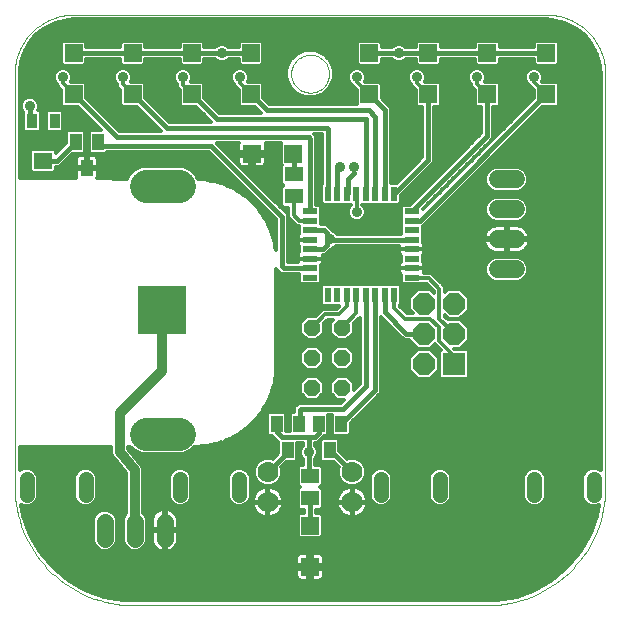
<source format=gtl>
G75*
G70*
%OFA0B0*%
%FSLAX24Y24*%
%IPPOS*%
%LPD*%
%AMOC8*
5,1,8,0,0,1.08239X$1,22.5*
%
%ADD10C,0.0000*%
%ADD11R,0.0500X0.0220*%
%ADD12R,0.0220X0.0500*%
%ADD13R,0.0394X0.0551*%
%ADD14R,0.0591X0.0591*%
%ADD15R,0.0630X0.0551*%
%ADD16R,0.0354X0.0512*%
%ADD17C,0.1095*%
%ADD18R,0.1600X0.1600*%
%ADD19R,0.0740X0.0740*%
%ADD20OC8,0.0740*%
%ADD21C,0.0515*%
%ADD22C,0.0700*%
%ADD23C,0.0560*%
%ADD24C,0.0600*%
%ADD25R,0.0591X0.0512*%
%ADD26OC8,0.0560*%
%ADD27C,0.0120*%
%ADD28C,0.0356*%
%ADD29C,0.0160*%
%ADD30C,0.0240*%
%ADD31C,0.0320*%
D10*
X008033Y011970D02*
X008033Y025749D01*
X008032Y025749D02*
X008034Y025843D01*
X008041Y025936D01*
X008052Y026029D01*
X008068Y026122D01*
X008088Y026213D01*
X008112Y026304D01*
X008140Y026393D01*
X008173Y026481D01*
X008210Y026567D01*
X008251Y026651D01*
X008296Y026734D01*
X008345Y026814D01*
X008397Y026891D01*
X008453Y026966D01*
X008513Y027038D01*
X008576Y027108D01*
X008642Y027174D01*
X008712Y027237D01*
X008784Y027297D01*
X008859Y027353D01*
X008936Y027405D01*
X009016Y027454D01*
X009099Y027499D01*
X009183Y027540D01*
X009269Y027577D01*
X009357Y027610D01*
X009446Y027638D01*
X009537Y027662D01*
X009628Y027682D01*
X009721Y027698D01*
X009814Y027709D01*
X009907Y027716D01*
X010001Y027718D01*
X025749Y027718D01*
X025843Y027716D01*
X025936Y027709D01*
X026029Y027698D01*
X026122Y027682D01*
X026213Y027662D01*
X026304Y027638D01*
X026393Y027610D01*
X026481Y027577D01*
X026567Y027540D01*
X026651Y027499D01*
X026733Y027454D01*
X026814Y027405D01*
X026891Y027353D01*
X026966Y027297D01*
X027038Y027237D01*
X027108Y027174D01*
X027174Y027108D01*
X027237Y027038D01*
X027297Y026966D01*
X027353Y026891D01*
X027405Y026814D01*
X027454Y026733D01*
X027499Y026651D01*
X027540Y026567D01*
X027577Y026481D01*
X027610Y026393D01*
X027638Y026304D01*
X027662Y026213D01*
X027682Y026122D01*
X027698Y026029D01*
X027709Y025936D01*
X027716Y025843D01*
X027718Y025749D01*
X027718Y011970D01*
X027714Y011783D01*
X027700Y011596D01*
X027678Y011410D01*
X027647Y011225D01*
X027607Y011042D01*
X027559Y010861D01*
X027501Y010682D01*
X027436Y010507D01*
X027362Y010335D01*
X027280Y010166D01*
X027191Y010002D01*
X027093Y009841D01*
X026988Y009686D01*
X026876Y009536D01*
X026756Y009392D01*
X026630Y009253D01*
X026498Y009121D01*
X026359Y008995D01*
X026215Y008875D01*
X026065Y008763D01*
X025910Y008658D01*
X025750Y008560D01*
X025585Y008471D01*
X025416Y008389D01*
X025244Y008315D01*
X025069Y008250D01*
X024890Y008192D01*
X024709Y008144D01*
X024526Y008104D01*
X024341Y008073D01*
X024155Y008051D01*
X023968Y008037D01*
X023781Y008033D01*
X011970Y008033D01*
X011783Y008037D01*
X011596Y008051D01*
X011410Y008073D01*
X011225Y008104D01*
X011042Y008144D01*
X010861Y008192D01*
X010682Y008250D01*
X010507Y008315D01*
X010335Y008389D01*
X010166Y008471D01*
X010001Y008560D01*
X009841Y008658D01*
X009686Y008763D01*
X009536Y008875D01*
X009392Y008995D01*
X009253Y009121D01*
X009121Y009253D01*
X008995Y009392D01*
X008875Y009536D01*
X008763Y009686D01*
X008658Y009841D01*
X008560Y010002D01*
X008471Y010166D01*
X008389Y010335D01*
X008315Y010507D01*
X008250Y010682D01*
X008192Y010861D01*
X008144Y011042D01*
X008104Y011225D01*
X008073Y011410D01*
X008051Y011596D01*
X008037Y011783D01*
X008033Y011970D01*
X017245Y025749D02*
X017247Y025799D01*
X017253Y025849D01*
X017263Y025898D01*
X017277Y025946D01*
X017294Y025993D01*
X017315Y026038D01*
X017340Y026082D01*
X017368Y026123D01*
X017400Y026162D01*
X017434Y026199D01*
X017471Y026233D01*
X017511Y026263D01*
X017553Y026290D01*
X017597Y026314D01*
X017643Y026335D01*
X017690Y026351D01*
X017738Y026364D01*
X017788Y026373D01*
X017837Y026378D01*
X017888Y026379D01*
X017938Y026376D01*
X017987Y026369D01*
X018036Y026358D01*
X018084Y026343D01*
X018130Y026325D01*
X018175Y026303D01*
X018218Y026277D01*
X018259Y026248D01*
X018298Y026216D01*
X018334Y026181D01*
X018366Y026143D01*
X018396Y026103D01*
X018423Y026060D01*
X018446Y026016D01*
X018465Y025970D01*
X018481Y025922D01*
X018493Y025873D01*
X018501Y025824D01*
X018505Y025774D01*
X018505Y025724D01*
X018501Y025674D01*
X018493Y025625D01*
X018481Y025576D01*
X018465Y025528D01*
X018446Y025482D01*
X018423Y025438D01*
X018396Y025395D01*
X018366Y025355D01*
X018334Y025317D01*
X018298Y025282D01*
X018259Y025250D01*
X018218Y025221D01*
X018175Y025195D01*
X018130Y025173D01*
X018084Y025155D01*
X018036Y025140D01*
X017987Y025129D01*
X017938Y025122D01*
X017888Y025119D01*
X017837Y025120D01*
X017788Y025125D01*
X017738Y025134D01*
X017690Y025147D01*
X017643Y025163D01*
X017597Y025184D01*
X017553Y025208D01*
X017511Y025235D01*
X017471Y025265D01*
X017434Y025299D01*
X017400Y025336D01*
X017368Y025375D01*
X017340Y025416D01*
X017315Y025460D01*
X017294Y025505D01*
X017277Y025552D01*
X017263Y025600D01*
X017253Y025649D01*
X017247Y025699D01*
X017245Y025749D01*
D11*
X017880Y021160D03*
X017880Y020845D03*
X017880Y020530D03*
X017880Y020215D03*
X017880Y019900D03*
X017880Y019585D03*
X017880Y019270D03*
X017880Y018955D03*
X021260Y018955D03*
X021260Y019270D03*
X021260Y019585D03*
X021260Y019900D03*
X021260Y020215D03*
X021260Y020530D03*
X021260Y020845D03*
X021260Y021160D03*
D12*
X020672Y021748D03*
X020357Y021748D03*
X020042Y021748D03*
X019727Y021748D03*
X019412Y021748D03*
X019097Y021748D03*
X018782Y021748D03*
X018467Y021748D03*
X018467Y018368D03*
X018782Y018368D03*
X019097Y018368D03*
X019412Y018368D03*
X019727Y018368D03*
X020042Y018368D03*
X020357Y018368D03*
X020672Y018368D03*
D13*
X018907Y014066D03*
X018159Y014066D03*
X017507Y014066D03*
X016759Y014066D03*
X017133Y013200D03*
X018533Y013200D03*
X010433Y022600D03*
X010807Y023466D03*
X010059Y023466D03*
D14*
X010001Y025060D03*
X010001Y026438D03*
X011970Y026438D03*
X011970Y025060D03*
X013938Y025060D03*
X013938Y026438D03*
X015907Y026438D03*
X015907Y025060D03*
X015944Y023083D03*
X017322Y023083D03*
X019844Y025060D03*
X019844Y026438D03*
X021812Y026438D03*
X021812Y025060D03*
X023781Y025060D03*
X023781Y026438D03*
X025749Y026438D03*
X025749Y025060D03*
X017875Y010690D03*
X017875Y009312D03*
D15*
X008983Y022853D03*
D16*
X009357Y024172D03*
X008609Y024172D03*
D17*
X012406Y022009D02*
X013502Y022009D01*
X013502Y013741D02*
X012406Y013741D01*
D18*
X012954Y017875D03*
D19*
X022671Y016076D03*
D20*
X021671Y016076D03*
X021671Y017076D03*
X022671Y017076D03*
X022671Y018076D03*
X021671Y018076D03*
D21*
X022206Y012227D02*
X022206Y011712D01*
X020237Y011712D02*
X020237Y012227D01*
X015513Y012227D02*
X015513Y011712D01*
X013545Y011712D02*
X013545Y012227D01*
X010395Y012227D02*
X010395Y011712D01*
X008426Y011712D02*
X008426Y012227D01*
X025356Y012227D02*
X025356Y011712D01*
X027324Y011712D02*
X027324Y012227D01*
D22*
X019281Y012470D03*
X019281Y011470D03*
X016470Y011470D03*
X016470Y012470D03*
D23*
X013033Y010813D02*
X013033Y010253D01*
X012033Y010253D02*
X012033Y010813D01*
X011033Y010813D02*
X011033Y010253D01*
D24*
X024133Y019233D02*
X024733Y019233D01*
X024733Y020233D02*
X024133Y020233D01*
X024133Y021233D02*
X024733Y021233D01*
X024733Y022233D02*
X024133Y022233D01*
D25*
X017333Y022407D03*
X017333Y021659D03*
X017875Y012344D03*
X017875Y011596D03*
D26*
X017933Y015283D03*
X018933Y015283D03*
X018933Y016283D03*
X017933Y016283D03*
X017933Y017283D03*
X018933Y017283D03*
D27*
X009299Y009299D02*
X008876Y009803D01*
X008547Y010374D01*
X008321Y010992D01*
X008254Y011375D01*
X008351Y011335D01*
X008502Y011335D01*
X008640Y011392D01*
X008746Y011498D01*
X008804Y011637D01*
X008804Y012302D01*
X008746Y012441D01*
X008640Y012547D01*
X008502Y012605D01*
X008351Y012605D01*
X008213Y012547D01*
X008193Y012527D01*
X008193Y013322D01*
X011253Y013317D01*
X011253Y013146D01*
X011249Y013103D01*
X011253Y013090D01*
X011253Y013077D01*
X011269Y013037D01*
X011282Y012996D01*
X011290Y012986D01*
X011295Y012974D01*
X011326Y012944D01*
X011753Y012431D01*
X011753Y011098D01*
X011694Y011039D01*
X011633Y010892D01*
X011633Y010173D01*
X011694Y010026D01*
X011806Y009914D01*
X011953Y009853D01*
X012112Y009853D01*
X012259Y009914D01*
X012372Y010026D01*
X012433Y010173D01*
X012433Y010892D01*
X012372Y011039D01*
X012313Y011098D01*
X012313Y012520D01*
X012317Y012563D01*
X012313Y012575D01*
X012313Y012588D01*
X012296Y012628D01*
X012283Y012669D01*
X012275Y012679D01*
X012270Y012691D01*
X012240Y012722D01*
X011813Y013234D01*
X011813Y013316D01*
X011888Y013316D01*
X012028Y013176D01*
X012274Y013074D01*
X013634Y013074D01*
X013880Y013176D01*
X014015Y013311D01*
X014039Y013313D01*
X014124Y013313D01*
X014129Y013318D01*
X014272Y013327D01*
X014284Y013318D01*
X014361Y013332D01*
X014438Y013337D01*
X014448Y013348D01*
X014596Y013375D01*
X014609Y013368D01*
X014684Y013391D01*
X014760Y013405D01*
X014769Y013418D01*
X014912Y013463D01*
X014926Y013457D01*
X014997Y013489D01*
X015072Y013512D01*
X015079Y013526D01*
X015216Y013587D01*
X015230Y013584D01*
X015297Y013624D01*
X015368Y013656D01*
X015373Y013670D01*
X015502Y013748D01*
X015517Y013746D01*
X015578Y013794D01*
X015645Y013834D01*
X015648Y013849D01*
X015766Y013941D01*
X015782Y013941D01*
X015837Y013996D01*
X015898Y014044D01*
X015900Y014060D01*
X016006Y014166D01*
X016021Y014168D01*
X016069Y014229D01*
X016124Y014284D01*
X016124Y014299D01*
X016216Y014417D01*
X016231Y014421D01*
X016272Y014487D01*
X016320Y014549D01*
X016318Y014564D01*
X016395Y014692D01*
X016410Y014698D01*
X016442Y014769D01*
X016482Y014835D01*
X016478Y014850D01*
X016540Y014987D01*
X016553Y014994D01*
X016576Y015068D01*
X016608Y015139D01*
X016603Y015153D01*
X016648Y015297D01*
X016660Y015305D01*
X016674Y015381D01*
X016697Y015456D01*
X016690Y015469D01*
X016717Y015617D01*
X016729Y015627D01*
X016733Y015705D01*
X016747Y015781D01*
X016739Y015794D01*
X016747Y015936D01*
X016753Y015942D01*
X016753Y016026D01*
X016758Y016110D01*
X016753Y016116D01*
X016753Y019230D01*
X016850Y019133D01*
X016912Y019070D01*
X017078Y019070D01*
X017510Y019070D01*
X017510Y018796D01*
X017580Y018725D01*
X018179Y018725D01*
X018250Y018796D01*
X018250Y019115D01*
X018250Y019369D01*
X018258Y019377D01*
X018279Y019414D01*
X018290Y019454D01*
X018290Y019585D01*
X017880Y019585D01*
X017880Y019585D01*
X018290Y019585D01*
X018290Y019700D01*
X018383Y019700D01*
X018633Y019950D01*
X018633Y019951D01*
X018702Y019980D01*
X018737Y020015D01*
X020850Y020015D01*
X020850Y019900D01*
X020850Y019769D01*
X020861Y019729D01*
X020882Y019692D01*
X020890Y019684D01*
X020890Y019487D01*
X020882Y019479D01*
X020861Y019442D01*
X020850Y019401D01*
X020850Y019271D01*
X021259Y019271D01*
X021259Y019270D01*
X020850Y019270D01*
X020850Y019139D01*
X020861Y019099D01*
X020882Y019062D01*
X020890Y019054D01*
X020890Y018796D01*
X020960Y018725D01*
X021559Y018725D01*
X021587Y018753D01*
X021758Y018753D01*
X022003Y018508D01*
X022003Y018437D01*
X021874Y018566D01*
X021468Y018566D01*
X021181Y018279D01*
X021181Y017873D01*
X021291Y017763D01*
X021107Y017763D01*
X020863Y018007D01*
X020863Y018029D01*
X020902Y018068D01*
X020902Y018667D01*
X020832Y018738D01*
X020512Y018738D01*
X020197Y018738D01*
X019882Y018738D01*
X019568Y018738D01*
X019253Y018738D01*
X018938Y018738D01*
X018623Y018738D01*
X018308Y018738D01*
X018237Y018667D01*
X018237Y018068D01*
X018308Y017998D01*
X018623Y017998D01*
X018843Y017998D01*
X018758Y017913D01*
X018308Y017913D01*
X018203Y017807D01*
X018078Y017683D01*
X017767Y017683D01*
X017533Y017448D01*
X017533Y017117D01*
X017767Y016883D01*
X018098Y016883D01*
X018333Y017117D01*
X018333Y017428D01*
X018457Y017553D01*
X018637Y017553D01*
X018533Y017448D01*
X018533Y017117D01*
X018767Y016883D01*
X019098Y016883D01*
X019333Y017117D01*
X019333Y017428D01*
X019487Y017582D01*
X019527Y017623D01*
X019527Y015410D01*
X019333Y015216D01*
X019333Y015448D01*
X019098Y015683D01*
X018767Y015683D01*
X018533Y015448D01*
X018533Y015117D01*
X018767Y014883D01*
X019000Y014883D01*
X018900Y014783D01*
X017500Y014783D01*
X017383Y014666D01*
X017333Y014616D01*
X017333Y014461D01*
X017260Y014461D01*
X017190Y014391D01*
X017190Y013833D01*
X017076Y013833D01*
X017076Y014391D01*
X017005Y014461D01*
X016512Y014461D01*
X016442Y014391D01*
X016442Y013741D01*
X016512Y013670D01*
X016612Y013670D01*
X016733Y013550D01*
X016816Y013467D01*
X016816Y013099D01*
X016629Y012912D01*
X016563Y012940D01*
X016376Y012940D01*
X016204Y012868D01*
X016071Y012736D01*
X016000Y012563D01*
X016000Y012376D01*
X016071Y012204D01*
X016204Y012071D01*
X016376Y012000D01*
X016563Y012000D01*
X016736Y012071D01*
X016868Y012204D01*
X016940Y012376D01*
X016940Y012563D01*
X016912Y012629D01*
X017087Y012804D01*
X017379Y012804D01*
X017450Y012874D01*
X017450Y013433D01*
X017633Y013433D01*
X017633Y013354D01*
X017580Y013302D01*
X017535Y013192D01*
X017535Y013073D01*
X017580Y012964D01*
X017633Y012911D01*
X017633Y012720D01*
X017530Y012720D01*
X017460Y012649D01*
X017460Y012038D01*
X017528Y011970D01*
X017460Y011901D01*
X017460Y011290D01*
X017530Y011220D01*
X017675Y011220D01*
X017675Y011105D01*
X017530Y011105D01*
X017460Y011035D01*
X017460Y010345D01*
X017530Y010275D01*
X018220Y010275D01*
X018291Y010345D01*
X018291Y011035D01*
X018220Y011105D01*
X018075Y011105D01*
X018075Y011220D01*
X018220Y011220D01*
X018291Y011290D01*
X018291Y011901D01*
X018222Y011970D01*
X018291Y012038D01*
X018291Y012649D01*
X018220Y012720D01*
X018033Y012720D01*
X018033Y012911D01*
X018085Y012964D01*
X018131Y013073D01*
X018131Y013192D01*
X018085Y013302D01*
X018033Y013354D01*
X018033Y013433D01*
X018116Y013433D01*
X018233Y013550D01*
X018353Y013670D01*
X018405Y013670D01*
X018476Y013741D01*
X018476Y014383D01*
X018590Y014383D01*
X018590Y013741D01*
X018660Y013670D01*
X019153Y013670D01*
X019224Y013741D01*
X019224Y014100D01*
X020242Y015118D01*
X020242Y015284D01*
X020242Y017641D01*
X020274Y017608D01*
X020274Y017608D01*
X020889Y016993D01*
X021006Y016876D01*
X021181Y016876D01*
X021181Y016873D01*
X021468Y016586D01*
X021874Y016586D01*
X022024Y016737D01*
X022098Y016663D01*
X022223Y016538D01*
X022181Y016496D01*
X022181Y015657D01*
X022251Y015586D01*
X023090Y015586D01*
X023161Y015657D01*
X023161Y016496D01*
X023090Y016566D01*
X022704Y016566D01*
X022684Y016586D01*
X022874Y016586D01*
X023161Y016873D01*
X023161Y017279D01*
X027558Y017279D01*
X027558Y017161D02*
X023161Y017161D01*
X023161Y017279D02*
X022874Y017566D01*
X022468Y017566D01*
X022461Y017559D01*
X022363Y017657D01*
X022363Y017691D01*
X022468Y017586D01*
X022874Y017586D01*
X023161Y017873D01*
X023161Y018279D01*
X022874Y018566D01*
X022468Y018566D01*
X022363Y018461D01*
X022363Y018657D01*
X022257Y018763D01*
X021907Y019113D01*
X021758Y019113D01*
X021663Y019113D01*
X021670Y019139D01*
X021670Y019270D01*
X021260Y019270D01*
X021260Y019271D01*
X021670Y019271D01*
X021670Y019401D01*
X021659Y019442D01*
X021638Y019479D01*
X021630Y019487D01*
X021630Y019684D01*
X021638Y019692D01*
X021659Y019729D01*
X021670Y019769D01*
X021670Y019900D01*
X021260Y019900D01*
X021260Y019900D01*
X021670Y019900D01*
X021670Y020031D01*
X021659Y020072D01*
X021638Y020109D01*
X021630Y020117D01*
X021630Y020370D01*
X021630Y020658D01*
X025617Y024645D01*
X026094Y024645D01*
X026165Y024715D01*
X026165Y025405D01*
X026094Y025476D01*
X025590Y025476D01*
X025631Y025573D01*
X025631Y025692D01*
X025585Y025802D01*
X025502Y025885D01*
X025392Y025931D01*
X025273Y025931D01*
X025164Y025885D01*
X025080Y025802D01*
X025035Y025692D01*
X025035Y025573D01*
X025080Y025464D01*
X025164Y025380D01*
X025183Y025372D01*
X025334Y025221D01*
X025334Y024928D01*
X021630Y021224D01*
X021630Y021247D01*
X023864Y023481D01*
X023981Y023598D01*
X023981Y024645D01*
X024126Y024645D01*
X024196Y024715D01*
X024196Y025405D01*
X024126Y025476D01*
X023690Y025476D01*
X023731Y025573D01*
X023731Y025692D01*
X023685Y025802D01*
X023602Y025885D01*
X023492Y025931D01*
X023373Y025931D01*
X023264Y025885D01*
X023180Y025802D01*
X023135Y025692D01*
X023135Y025573D01*
X023180Y025464D01*
X023253Y025391D01*
X023253Y025334D01*
X023366Y025221D01*
X023366Y024715D01*
X023436Y024645D01*
X023581Y024645D01*
X023581Y023764D01*
X021207Y021390D01*
X020960Y021390D01*
X020890Y021320D01*
X020890Y021000D01*
X020890Y020685D01*
X020890Y020415D01*
X018772Y020415D01*
X018702Y020485D01*
X018633Y020514D01*
X018633Y020516D01*
X018516Y020633D01*
X018418Y020730D01*
X018252Y020730D01*
X018250Y020730D01*
X018250Y021005D01*
X018250Y021320D01*
X018179Y021390D01*
X018080Y021390D01*
X018080Y023669D01*
X018016Y023733D01*
X018267Y023733D01*
X018267Y022077D01*
X018237Y022047D01*
X018237Y021448D01*
X018308Y021378D01*
X018627Y021378D01*
X018942Y021378D01*
X019253Y021378D01*
X019253Y021374D01*
X019180Y021302D01*
X019135Y021192D01*
X019135Y021073D01*
X018250Y021073D01*
X018250Y021191D02*
X019135Y021191D01*
X019135Y021073D02*
X019180Y020964D01*
X019264Y020880D01*
X019373Y020835D01*
X019492Y020835D01*
X019602Y020880D01*
X019685Y020964D01*
X019731Y021073D01*
X019731Y021192D01*
X019685Y021302D01*
X019613Y021374D01*
X019613Y021378D01*
X019887Y021378D01*
X020202Y021378D01*
X020517Y021378D01*
X020832Y021378D01*
X020902Y021448D01*
X020902Y021695D01*
X022012Y022805D01*
X022012Y022971D01*
X022012Y024645D01*
X022157Y024645D01*
X022228Y024715D01*
X022228Y025405D01*
X022157Y025476D01*
X021690Y025476D01*
X021731Y025573D01*
X021731Y025692D01*
X021685Y025802D01*
X021602Y025885D01*
X021492Y025931D01*
X021373Y025931D01*
X021264Y025885D01*
X021180Y025802D01*
X021135Y025692D01*
X021135Y025573D01*
X021180Y025464D01*
X021253Y025391D01*
X021253Y025365D01*
X021397Y025221D01*
X021397Y024715D01*
X021467Y024645D01*
X021612Y024645D01*
X021612Y022971D01*
X020759Y022118D01*
X020557Y022118D01*
X020557Y024630D01*
X020440Y024747D01*
X020259Y024928D01*
X020259Y025405D01*
X020189Y025476D01*
X019690Y025476D01*
X019731Y025573D01*
X019731Y025692D01*
X019685Y025802D01*
X019602Y025885D01*
X019492Y025931D01*
X019373Y025931D01*
X019264Y025885D01*
X019180Y025802D01*
X019135Y025692D01*
X019135Y025573D01*
X019180Y025464D01*
X019264Y025380D01*
X019273Y025376D01*
X019429Y025221D01*
X019429Y024733D01*
X016517Y024733D01*
X016322Y024928D01*
X016322Y025405D01*
X016252Y025476D01*
X015790Y025476D01*
X015831Y025573D01*
X015831Y025692D01*
X015785Y025802D01*
X015702Y025885D01*
X015592Y025931D01*
X015473Y025931D01*
X015364Y025885D01*
X015280Y025802D01*
X015235Y025692D01*
X015235Y025573D01*
X015280Y025464D01*
X015353Y025391D01*
X015353Y025360D01*
X015491Y025221D01*
X015491Y024715D01*
X015562Y024645D01*
X016039Y024645D01*
X016234Y024450D01*
X016252Y024433D01*
X014849Y024433D01*
X014354Y024928D01*
X014354Y025405D01*
X014283Y025476D01*
X013890Y025476D01*
X013931Y025573D01*
X013931Y025692D01*
X013885Y025802D01*
X013802Y025885D01*
X013692Y025931D01*
X013573Y025931D01*
X013464Y025885D01*
X013380Y025802D01*
X013335Y025692D01*
X013335Y025573D01*
X013380Y025464D01*
X013453Y025391D01*
X013453Y025291D01*
X013523Y025221D01*
X013523Y024715D01*
X013593Y024645D01*
X014071Y024645D01*
X014566Y024150D01*
X014583Y024133D01*
X013180Y024133D01*
X012385Y024928D01*
X012385Y025405D01*
X012315Y025476D01*
X011890Y025476D01*
X011931Y025573D01*
X011931Y025692D01*
X011885Y025802D01*
X011802Y025885D01*
X011692Y025931D01*
X011573Y025931D01*
X011464Y025885D01*
X011380Y025802D01*
X011335Y025692D01*
X011335Y025573D01*
X011380Y025464D01*
X011453Y025391D01*
X011453Y025323D01*
X011554Y025221D01*
X011554Y024715D01*
X011625Y024645D01*
X012102Y024645D01*
X012897Y023850D01*
X012915Y023833D01*
X011512Y023833D01*
X010416Y024928D01*
X010416Y025405D01*
X010346Y025476D01*
X009890Y025476D01*
X009931Y025573D01*
X009931Y025692D01*
X009885Y025802D01*
X009802Y025885D01*
X009692Y025931D01*
X009573Y025931D01*
X009464Y025885D01*
X009380Y025802D01*
X009335Y025692D01*
X009335Y025573D01*
X009380Y025464D01*
X009453Y025391D01*
X009453Y025354D01*
X009586Y025221D01*
X009586Y024715D01*
X009656Y024645D01*
X010134Y024645D01*
X010917Y023861D01*
X010560Y023861D01*
X010490Y023791D01*
X010490Y023141D01*
X010560Y023070D01*
X011053Y023070D01*
X011116Y023133D01*
X014500Y023133D01*
X016733Y020900D01*
X016733Y019869D01*
X016729Y019938D01*
X016717Y019948D01*
X016690Y020096D01*
X016697Y020109D01*
X016674Y020184D01*
X016660Y020260D01*
X016648Y020269D01*
X016603Y020412D01*
X016608Y020426D01*
X016576Y020497D01*
X016553Y020572D01*
X016540Y020579D01*
X016478Y020716D01*
X016482Y020730D01*
X016442Y020797D01*
X016410Y020868D01*
X016395Y020873D01*
X016318Y021002D01*
X016320Y021017D01*
X016272Y021078D01*
X016231Y021145D01*
X016216Y021148D01*
X016124Y021266D01*
X016124Y021282D01*
X016069Y021337D01*
X016021Y021398D01*
X016006Y021400D01*
X015900Y021506D01*
X015898Y021521D01*
X015837Y021569D01*
X015782Y021624D01*
X015766Y021624D01*
X015648Y021716D01*
X015645Y021731D01*
X015578Y021772D01*
X015517Y021820D01*
X015502Y021818D01*
X015373Y021895D01*
X015368Y021910D01*
X015297Y021942D01*
X015230Y021982D01*
X015216Y021978D01*
X015079Y022040D01*
X015072Y022053D01*
X014997Y022076D01*
X014926Y022108D01*
X014912Y022103D01*
X014769Y022148D01*
X014760Y022160D01*
X014684Y022174D01*
X014609Y022197D01*
X014596Y022190D01*
X014448Y022217D01*
X014438Y022229D01*
X014361Y022233D01*
X014284Y022247D01*
X014272Y022239D01*
X014129Y022247D01*
X014124Y022253D01*
X014123Y022253D01*
X014067Y022387D01*
X013880Y022575D01*
X013634Y022677D01*
X012274Y022677D01*
X012028Y022575D01*
X011841Y022387D01*
X011786Y022256D01*
X010776Y022258D01*
X011787Y022258D01*
X011836Y022376D02*
X010790Y022376D01*
X010790Y022303D02*
X010790Y022561D01*
X010471Y022561D01*
X010471Y022638D01*
X010394Y022638D01*
X010394Y022561D01*
X010076Y022561D01*
X010076Y022303D01*
X010087Y022262D01*
X010089Y022259D01*
X008193Y022262D01*
X008193Y025683D01*
X008193Y025749D01*
X008204Y025952D01*
X008294Y026347D01*
X008470Y026711D01*
X008722Y027028D01*
X009039Y027281D01*
X009404Y027456D01*
X009799Y027546D01*
X010001Y027558D01*
X010068Y027558D01*
X025683Y027558D01*
X025749Y027558D01*
X025952Y027546D01*
X026347Y027456D01*
X026711Y027281D01*
X027028Y027028D01*
X027281Y026711D01*
X027456Y026347D01*
X027546Y025952D01*
X027558Y025749D01*
X027558Y025683D01*
X027558Y012527D01*
X027538Y012547D01*
X027399Y012605D01*
X027249Y012605D01*
X027110Y012547D01*
X027004Y012441D01*
X026947Y012302D01*
X026947Y011637D01*
X027004Y011498D01*
X027110Y011392D01*
X027249Y011335D01*
X027399Y011335D01*
X027497Y011375D01*
X027429Y010992D01*
X027204Y010374D01*
X026875Y009803D01*
X026452Y009299D01*
X025947Y008876D01*
X025377Y008547D01*
X024758Y008321D01*
X024110Y008207D01*
X023781Y008193D01*
X011970Y008193D01*
X011641Y008207D01*
X010992Y008321D01*
X010373Y008547D01*
X009803Y008876D01*
X009299Y009299D01*
X009267Y009337D02*
X017815Y009337D01*
X017815Y009372D02*
X017815Y009252D01*
X017935Y009252D01*
X017935Y008857D01*
X018192Y008857D01*
X018232Y008868D01*
X018269Y008889D01*
X018299Y008919D01*
X018320Y008955D01*
X018331Y008996D01*
X018331Y009252D01*
X017935Y009252D01*
X017935Y009372D01*
X018331Y009372D01*
X018331Y009629D01*
X018320Y009669D01*
X018299Y009706D01*
X018269Y009736D01*
X018232Y009757D01*
X018192Y009768D01*
X017935Y009768D01*
X017935Y009372D01*
X017815Y009372D01*
X017420Y009372D01*
X017420Y009629D01*
X017431Y009669D01*
X017452Y009706D01*
X017482Y009736D01*
X017518Y009757D01*
X017559Y009768D01*
X017815Y009768D01*
X017815Y009372D01*
X017815Y009455D02*
X017935Y009455D01*
X017935Y009337D02*
X026483Y009337D01*
X026583Y009455D02*
X018331Y009455D01*
X018331Y009574D02*
X026682Y009574D01*
X026782Y009692D02*
X018306Y009692D01*
X017935Y009692D02*
X017815Y009692D01*
X017815Y009574D02*
X017935Y009574D01*
X017815Y009252D02*
X017420Y009252D01*
X017420Y008996D01*
X017431Y008955D01*
X017452Y008919D01*
X017482Y008889D01*
X017518Y008868D01*
X017559Y008857D01*
X017815Y008857D01*
X017815Y009252D01*
X017815Y009218D02*
X017935Y009218D01*
X017935Y009100D02*
X017815Y009100D01*
X017815Y008981D02*
X017935Y008981D01*
X017935Y008863D02*
X017815Y008863D01*
X017538Y008863D02*
X009826Y008863D01*
X009678Y008981D02*
X017424Y008981D01*
X017420Y009100D02*
X009537Y009100D01*
X009395Y009218D02*
X017420Y009218D01*
X017420Y009455D02*
X009168Y009455D01*
X009068Y009574D02*
X017420Y009574D01*
X017444Y009692D02*
X008969Y009692D01*
X008871Y009811D02*
X026879Y009811D01*
X026948Y009929D02*
X013332Y009929D01*
X013319Y009917D02*
X013368Y009966D01*
X013409Y010022D01*
X013440Y010084D01*
X013462Y010150D01*
X013473Y010218D01*
X013473Y010503D01*
X013063Y010503D01*
X013063Y010563D01*
X013473Y010563D01*
X013473Y010847D01*
X013462Y010916D01*
X013440Y010982D01*
X013409Y011043D01*
X013368Y011099D01*
X013319Y011148D01*
X013263Y011189D01*
X013202Y011220D01*
X013136Y011242D01*
X013067Y011253D01*
X013063Y011253D01*
X013063Y010563D01*
X013003Y010563D01*
X013003Y011253D01*
X012998Y011253D01*
X012930Y011242D01*
X012864Y011220D01*
X012802Y011189D01*
X012746Y011148D01*
X012697Y011099D01*
X012656Y011043D01*
X012625Y010982D01*
X012604Y010916D01*
X012593Y010847D01*
X012593Y010563D01*
X013002Y010563D01*
X013002Y010503D01*
X012593Y010503D01*
X012593Y010218D01*
X012604Y010150D01*
X012625Y010084D01*
X012656Y010022D01*
X012697Y009966D01*
X012746Y009917D01*
X012802Y009876D01*
X012864Y009845D01*
X012930Y009824D01*
X012998Y009813D01*
X013003Y009813D01*
X013003Y010502D01*
X013063Y010502D01*
X013063Y009813D01*
X013067Y009813D01*
X013136Y009824D01*
X013202Y009845D01*
X013263Y009876D01*
X013319Y009917D01*
X013422Y010048D02*
X027016Y010048D01*
X027084Y010167D02*
X013465Y010167D01*
X013473Y010285D02*
X017520Y010285D01*
X017460Y010404D02*
X013473Y010404D01*
X013473Y010641D02*
X017460Y010641D01*
X017460Y010759D02*
X013473Y010759D01*
X013468Y010878D02*
X017460Y010878D01*
X017460Y010996D02*
X016663Y010996D01*
X016666Y010997D02*
X016737Y011034D01*
X016802Y011081D01*
X016859Y011138D01*
X016906Y011202D01*
X016942Y011274D01*
X016967Y011350D01*
X016980Y011430D01*
X016980Y011451D01*
X016489Y011451D01*
X016489Y011489D01*
X016980Y011489D01*
X016980Y011510D01*
X016967Y011589D01*
X017460Y011589D01*
X017460Y011471D02*
X016489Y011471D01*
X016489Y011489D02*
X016451Y011489D01*
X016451Y011980D01*
X016430Y011980D01*
X016350Y011967D01*
X016274Y011942D01*
X016202Y011906D01*
X016138Y011859D01*
X016081Y011802D01*
X016034Y011737D01*
X015997Y011666D01*
X015972Y011589D01*
X015871Y011589D01*
X015891Y011637D02*
X015833Y011498D01*
X015727Y011392D01*
X015588Y011335D01*
X015438Y011335D01*
X015299Y011392D01*
X015193Y011498D01*
X015136Y011637D01*
X015136Y012302D01*
X015193Y012441D01*
X015299Y012547D01*
X015438Y012605D01*
X015588Y012605D01*
X015727Y012547D01*
X015833Y012441D01*
X015891Y012302D01*
X015891Y011637D01*
X015891Y011708D02*
X016019Y011708D01*
X015972Y011589D02*
X015960Y011510D01*
X015960Y011489D01*
X016451Y011489D01*
X016451Y011451D01*
X016489Y011451D01*
X016489Y010960D01*
X016510Y010960D01*
X016589Y010972D01*
X016666Y010997D01*
X016489Y010996D02*
X016451Y010996D01*
X016451Y010960D02*
X016451Y011451D01*
X015960Y011451D01*
X015960Y011430D01*
X015972Y011350D01*
X015997Y011274D01*
X016034Y011202D01*
X016081Y011138D01*
X016138Y011081D01*
X016202Y011034D01*
X016274Y010997D01*
X016350Y010972D01*
X016430Y010960D01*
X016451Y010960D01*
X016451Y011115D02*
X016489Y011115D01*
X016489Y011233D02*
X016451Y011233D01*
X016451Y011352D02*
X016489Y011352D01*
X016451Y011471D02*
X015805Y011471D01*
X015972Y011352D02*
X015630Y011352D01*
X015396Y011352D02*
X013661Y011352D01*
X013620Y011335D02*
X013758Y011392D01*
X013865Y011498D01*
X013922Y011637D01*
X013922Y012302D01*
X013865Y012441D01*
X013758Y012547D01*
X013620Y012605D01*
X013469Y012605D01*
X013331Y012547D01*
X013225Y012441D01*
X013167Y012302D01*
X013167Y011637D01*
X013225Y011498D01*
X013331Y011392D01*
X013469Y011335D01*
X013620Y011335D01*
X013428Y011352D02*
X012313Y011352D01*
X012313Y011471D02*
X013252Y011471D01*
X013187Y011589D02*
X012313Y011589D01*
X012313Y011708D02*
X013167Y011708D01*
X013167Y011826D02*
X012313Y011826D01*
X012313Y011945D02*
X013167Y011945D01*
X013167Y012063D02*
X012313Y012063D01*
X012313Y012182D02*
X013167Y012182D01*
X013167Y012300D02*
X012313Y012300D01*
X012313Y012419D02*
X013215Y012419D01*
X013321Y012537D02*
X012314Y012537D01*
X012288Y012656D02*
X016038Y012656D01*
X016000Y012537D02*
X015737Y012537D01*
X015842Y012419D02*
X016000Y012419D01*
X016031Y012300D02*
X015891Y012300D01*
X015891Y012182D02*
X016093Y012182D01*
X016223Y012063D02*
X015891Y012063D01*
X015891Y011945D02*
X016281Y011945D01*
X016451Y011945D02*
X016489Y011945D01*
X016489Y011980D02*
X016510Y011980D01*
X016589Y011967D01*
X016666Y011942D01*
X016737Y011906D01*
X016802Y011859D01*
X016859Y011802D01*
X016906Y011737D01*
X016942Y011666D01*
X016967Y011589D01*
X016921Y011708D02*
X017460Y011708D01*
X017460Y011826D02*
X016835Y011826D01*
X016658Y011945D02*
X017503Y011945D01*
X017460Y012063D02*
X016716Y012063D01*
X016846Y012182D02*
X017460Y012182D01*
X017460Y012300D02*
X016908Y012300D01*
X016940Y012419D02*
X017460Y012419D01*
X017460Y012537D02*
X016940Y012537D01*
X016939Y012656D02*
X017467Y012656D01*
X017633Y012774D02*
X017057Y012774D01*
X016729Y013012D02*
X011998Y013012D01*
X011899Y013130D02*
X012138Y013130D01*
X011955Y013249D02*
X011813Y013249D01*
X012097Y012893D02*
X016264Y012893D01*
X016110Y012774D02*
X012196Y012774D01*
X011753Y012419D02*
X010724Y012419D01*
X010715Y012441D02*
X010609Y012547D01*
X010470Y012605D01*
X010320Y012605D01*
X010181Y012547D01*
X010075Y012441D01*
X010017Y012302D01*
X010017Y011637D01*
X010075Y011498D01*
X010181Y011392D01*
X010320Y011335D01*
X010470Y011335D01*
X010609Y011392D01*
X010715Y011498D01*
X010772Y011637D01*
X010772Y012302D01*
X010715Y012441D01*
X010619Y012537D02*
X011664Y012537D01*
X011566Y012656D02*
X008193Y012656D01*
X008193Y012774D02*
X011467Y012774D01*
X011368Y012893D02*
X008193Y012893D01*
X008193Y013012D02*
X011277Y013012D01*
X011251Y013130D02*
X008193Y013130D01*
X008193Y013249D02*
X011253Y013249D01*
X010772Y012300D02*
X011753Y012300D01*
X011753Y012182D02*
X010772Y012182D01*
X010772Y012063D02*
X011753Y012063D01*
X011753Y011945D02*
X010772Y011945D01*
X010772Y011826D02*
X011753Y011826D01*
X011753Y011708D02*
X010772Y011708D01*
X010752Y011589D02*
X011753Y011589D01*
X011753Y011471D02*
X010687Y011471D01*
X010511Y011352D02*
X011753Y011352D01*
X011753Y011233D02*
X008279Y011233D01*
X008300Y011115D02*
X010769Y011115D01*
X010806Y011152D02*
X010694Y011039D01*
X010633Y010892D01*
X010633Y010173D01*
X010694Y010026D01*
X010806Y009914D01*
X010953Y009853D01*
X011112Y009853D01*
X011259Y009914D01*
X011372Y010026D01*
X011433Y010173D01*
X011433Y010892D01*
X011372Y011039D01*
X011259Y011152D01*
X011112Y011213D01*
X010953Y011213D01*
X010806Y011152D01*
X010676Y010996D02*
X008321Y010996D01*
X008363Y010878D02*
X010633Y010878D01*
X010633Y010759D02*
X008406Y010759D01*
X008449Y010641D02*
X010633Y010641D01*
X010633Y010522D02*
X008493Y010522D01*
X008536Y010404D02*
X010633Y010404D01*
X010633Y010285D02*
X008598Y010285D01*
X008666Y010167D02*
X010635Y010167D01*
X010685Y010048D02*
X008735Y010048D01*
X008803Y009929D02*
X010790Y009929D01*
X011275Y009929D02*
X011790Y009929D01*
X011685Y010048D02*
X011381Y010048D01*
X011430Y010167D02*
X011635Y010167D01*
X011633Y010285D02*
X011433Y010285D01*
X011433Y010404D02*
X011633Y010404D01*
X011633Y010522D02*
X011433Y010522D01*
X011433Y010641D02*
X011633Y010641D01*
X011633Y010759D02*
X011433Y010759D01*
X011433Y010878D02*
X011633Y010878D01*
X011676Y010996D02*
X011390Y010996D01*
X011296Y011115D02*
X011753Y011115D01*
X012313Y011115D02*
X012713Y011115D01*
X012632Y010996D02*
X012390Y010996D01*
X012433Y010878D02*
X012598Y010878D01*
X012593Y010759D02*
X012433Y010759D01*
X012433Y010641D02*
X012593Y010641D01*
X012433Y010522D02*
X013002Y010522D01*
X013063Y010522D02*
X017460Y010522D01*
X017675Y011115D02*
X016836Y011115D01*
X016922Y011233D02*
X017517Y011233D01*
X017460Y011352D02*
X016967Y011352D01*
X016489Y011489D02*
X016489Y011980D01*
X016489Y011826D02*
X016451Y011826D01*
X016451Y011708D02*
X016489Y011708D01*
X016489Y011589D02*
X016451Y011589D01*
X016105Y011826D02*
X015891Y011826D01*
X016018Y011233D02*
X013162Y011233D01*
X013063Y011233D02*
X013003Y011233D01*
X012904Y011233D02*
X012313Y011233D01*
X013003Y011115D02*
X013063Y011115D01*
X013063Y010996D02*
X013003Y010996D01*
X013003Y010878D02*
X013063Y010878D01*
X013063Y010759D02*
X013003Y010759D01*
X013003Y010641D02*
X013063Y010641D01*
X013063Y010404D02*
X013003Y010404D01*
X013003Y010285D02*
X013063Y010285D01*
X013063Y010167D02*
X013003Y010167D01*
X013003Y010048D02*
X013063Y010048D01*
X013063Y009929D02*
X013003Y009929D01*
X012734Y009929D02*
X012275Y009929D01*
X012381Y010048D02*
X012643Y010048D01*
X012601Y010167D02*
X012430Y010167D01*
X012433Y010285D02*
X012593Y010285D01*
X012593Y010404D02*
X012433Y010404D01*
X013433Y010996D02*
X016276Y010996D01*
X016103Y011115D02*
X013353Y011115D01*
X013837Y011471D02*
X015221Y011471D01*
X015156Y011589D02*
X013902Y011589D01*
X013922Y011708D02*
X015136Y011708D01*
X015136Y011826D02*
X013922Y011826D01*
X013922Y011945D02*
X015136Y011945D01*
X015136Y012063D02*
X013922Y012063D01*
X013922Y012182D02*
X015136Y012182D01*
X015136Y012300D02*
X013922Y012300D01*
X013874Y012419D02*
X015184Y012419D01*
X015289Y012537D02*
X013768Y012537D01*
X013770Y013130D02*
X016816Y013130D01*
X016816Y013249D02*
X013953Y013249D01*
X014552Y013367D02*
X016816Y013367D01*
X016797Y013486D02*
X014990Y013486D01*
X015264Y013604D02*
X016678Y013604D01*
X016733Y013550D02*
X016733Y013550D01*
X016460Y013723D02*
X015460Y013723D01*
X015646Y013841D02*
X016442Y013841D01*
X016442Y013960D02*
X015800Y013960D01*
X015919Y014078D02*
X016442Y014078D01*
X016442Y014197D02*
X016044Y014197D01*
X016137Y014316D02*
X016442Y014316D01*
X016485Y014434D02*
X016239Y014434D01*
X016319Y014553D02*
X017333Y014553D01*
X017388Y014671D02*
X016383Y014671D01*
X016454Y014790D02*
X018907Y014790D01*
X018742Y014908D02*
X018124Y014908D01*
X018098Y014883D02*
X018333Y015117D01*
X018333Y015448D01*
X018098Y015683D01*
X017767Y015683D01*
X017533Y015448D01*
X017533Y015117D01*
X017767Y014883D01*
X018098Y014883D01*
X018242Y015027D02*
X018623Y015027D01*
X018533Y015145D02*
X018333Y015145D01*
X018333Y015264D02*
X018533Y015264D01*
X018533Y015382D02*
X018333Y015382D01*
X018280Y015501D02*
X018585Y015501D01*
X018704Y015620D02*
X018162Y015620D01*
X018098Y015883D02*
X017767Y015883D01*
X017533Y016117D01*
X017533Y016448D01*
X017767Y016683D01*
X018098Y016683D01*
X018333Y016448D01*
X018333Y016117D01*
X018098Y015883D01*
X018191Y015975D02*
X018675Y015975D01*
X018767Y015883D02*
X019098Y015883D01*
X019333Y016117D01*
X019333Y016448D01*
X019098Y016683D01*
X018767Y016683D01*
X018533Y016448D01*
X018533Y016117D01*
X018767Y015883D01*
X018556Y016094D02*
X018309Y016094D01*
X018333Y016212D02*
X018533Y016212D01*
X018533Y016331D02*
X018333Y016331D01*
X018332Y016449D02*
X018534Y016449D01*
X018652Y016568D02*
X018213Y016568D01*
X018139Y016924D02*
X018726Y016924D01*
X018608Y017042D02*
X018258Y017042D01*
X018333Y017161D02*
X018533Y017161D01*
X018533Y017279D02*
X018333Y017279D01*
X018333Y017398D02*
X018533Y017398D01*
X018601Y017516D02*
X018421Y017516D01*
X018383Y017733D02*
X018833Y017733D01*
X019097Y017997D01*
X019097Y018368D01*
X019412Y018368D02*
X019412Y017762D01*
X018933Y017283D01*
X019258Y017042D02*
X019527Y017042D01*
X019527Y016924D02*
X019139Y016924D01*
X019333Y017161D02*
X019527Y017161D01*
X019527Y017279D02*
X019333Y017279D01*
X019333Y017398D02*
X019527Y017398D01*
X019527Y017516D02*
X019421Y017516D01*
X019527Y016805D02*
X016753Y016805D01*
X016753Y016924D02*
X017726Y016924D01*
X017608Y017042D02*
X016753Y017042D01*
X016753Y017161D02*
X017533Y017161D01*
X017533Y017279D02*
X016753Y017279D01*
X016753Y017398D02*
X017533Y017398D01*
X017601Y017516D02*
X016753Y017516D01*
X016753Y017635D02*
X017719Y017635D01*
X017933Y017283D02*
X018383Y017733D01*
X018267Y017872D02*
X016753Y017872D01*
X016753Y017990D02*
X018836Y017990D01*
X018237Y018109D02*
X016753Y018109D01*
X016753Y018227D02*
X018237Y018227D01*
X018237Y018346D02*
X016753Y018346D01*
X016753Y018465D02*
X018237Y018465D01*
X018237Y018583D02*
X016753Y018583D01*
X016753Y018702D02*
X018272Y018702D01*
X018250Y018820D02*
X020890Y018820D01*
X020890Y018939D02*
X018250Y018939D01*
X018250Y019057D02*
X020887Y019057D01*
X020850Y019176D02*
X018250Y019176D01*
X018250Y019294D02*
X020850Y019294D01*
X020853Y019413D02*
X018278Y019413D01*
X018290Y019531D02*
X020890Y019531D01*
X020890Y019650D02*
X018290Y019650D01*
X018451Y019769D02*
X020850Y019769D01*
X020850Y019887D02*
X018570Y019887D01*
X018727Y020006D02*
X020850Y020006D01*
X020850Y019900D02*
X021259Y019900D01*
X020850Y019900D01*
X021259Y019900D02*
X021259Y019900D01*
X021670Y019887D02*
X023828Y019887D01*
X023833Y019882D02*
X023892Y019839D01*
X023956Y019806D01*
X024025Y019784D01*
X024097Y019773D01*
X024393Y019773D01*
X024393Y020192D01*
X024473Y020192D01*
X024473Y019773D01*
X024769Y019773D01*
X024840Y019784D01*
X024909Y019806D01*
X024974Y019839D01*
X025032Y019882D01*
X025084Y019933D01*
X025126Y019992D01*
X025159Y020056D01*
X025181Y020125D01*
X025192Y020193D01*
X024473Y020193D01*
X024473Y020273D01*
X024393Y020273D01*
X024393Y020693D01*
X024097Y020693D01*
X024025Y020681D01*
X023956Y020659D01*
X023892Y020626D01*
X023833Y020584D01*
X023782Y020532D01*
X023739Y020474D01*
X023706Y020409D01*
X023684Y020340D01*
X023673Y020273D01*
X024392Y020273D01*
X024392Y020193D01*
X023673Y020193D01*
X023684Y020125D01*
X023706Y020056D01*
X023739Y019992D01*
X023782Y019933D01*
X023833Y019882D01*
X023732Y020006D02*
X021670Y020006D01*
X021630Y020124D02*
X023684Y020124D01*
X023691Y020361D02*
X021630Y020361D01*
X021630Y020243D02*
X024392Y020243D01*
X024473Y020243D02*
X027558Y020243D01*
X027558Y020361D02*
X025175Y020361D01*
X025181Y020340D02*
X025159Y020409D01*
X025126Y020474D01*
X025084Y020532D01*
X025032Y020584D01*
X024974Y020626D01*
X024909Y020659D01*
X024840Y020681D01*
X024769Y020693D01*
X024473Y020693D01*
X024473Y020273D01*
X025192Y020273D01*
X025181Y020340D01*
X025122Y020480D02*
X027558Y020480D01*
X027558Y020598D02*
X025012Y020598D01*
X024871Y020835D02*
X027558Y020835D01*
X027558Y020717D02*
X021689Y020717D01*
X021630Y020598D02*
X023853Y020598D01*
X023744Y020480D02*
X021630Y020480D01*
X021807Y020835D02*
X023994Y020835D01*
X024049Y020813D02*
X024816Y020813D01*
X024971Y020877D01*
X025089Y020995D01*
X025153Y021149D01*
X025153Y021316D01*
X025089Y021471D01*
X024971Y021589D01*
X024816Y021653D01*
X024049Y021653D01*
X023895Y021589D01*
X023777Y021471D01*
X023713Y021316D01*
X023713Y021149D01*
X023777Y020995D01*
X023895Y020877D01*
X024049Y020813D01*
X023818Y020954D02*
X021926Y020954D01*
X022044Y021073D02*
X023744Y021073D01*
X023713Y021191D02*
X022163Y021191D01*
X022281Y021310D02*
X023713Y021310D01*
X023759Y021428D02*
X022400Y021428D01*
X022518Y021547D02*
X023853Y021547D01*
X024049Y021813D02*
X023895Y021877D01*
X023777Y021995D01*
X023713Y022149D01*
X023713Y022316D01*
X023777Y022471D01*
X023895Y022589D01*
X024049Y022653D01*
X024816Y022653D01*
X024971Y022589D01*
X025089Y022471D01*
X025153Y022316D01*
X025153Y022149D01*
X025089Y021995D01*
X024971Y021877D01*
X024816Y021813D01*
X024049Y021813D01*
X023869Y021902D02*
X022874Y021902D01*
X022756Y021784D02*
X027558Y021784D01*
X027558Y021902D02*
X024996Y021902D01*
X025100Y022021D02*
X027558Y022021D01*
X027558Y022139D02*
X025149Y022139D01*
X025153Y022258D02*
X027558Y022258D01*
X027558Y022376D02*
X025128Y022376D01*
X025064Y022495D02*
X027558Y022495D01*
X027558Y022614D02*
X024911Y022614D01*
X024297Y023325D02*
X027558Y023325D01*
X027558Y023443D02*
X024415Y023443D01*
X024534Y023562D02*
X027558Y023562D01*
X027558Y023680D02*
X024652Y023680D01*
X024771Y023799D02*
X027558Y023799D01*
X027558Y023918D02*
X024889Y023918D01*
X025008Y024036D02*
X027558Y024036D01*
X027558Y024155D02*
X025126Y024155D01*
X025245Y024273D02*
X027558Y024273D01*
X027558Y024392D02*
X025364Y024392D01*
X025482Y024510D02*
X027558Y024510D01*
X027558Y024629D02*
X025601Y024629D01*
X025272Y024866D02*
X024196Y024866D01*
X024196Y024984D02*
X025334Y024984D01*
X025334Y025103D02*
X024196Y025103D01*
X024196Y025222D02*
X025334Y025222D01*
X025215Y025340D02*
X024196Y025340D01*
X024143Y025459D02*
X025085Y025459D01*
X025035Y025577D02*
X023731Y025577D01*
X023729Y025696D02*
X025036Y025696D01*
X025093Y025814D02*
X023673Y025814D01*
X023433Y025633D02*
X023433Y025408D01*
X023781Y025060D01*
X023366Y025103D02*
X022228Y025103D01*
X022228Y025222D02*
X023365Y025222D01*
X023253Y025340D02*
X022228Y025340D01*
X022174Y025459D02*
X023185Y025459D01*
X023135Y025577D02*
X021731Y025577D01*
X021729Y025696D02*
X023136Y025696D01*
X023193Y025814D02*
X021673Y025814D01*
X021467Y026023D02*
X022157Y026023D01*
X022228Y026093D01*
X022228Y026238D01*
X023366Y026238D01*
X023366Y026093D01*
X023436Y026023D01*
X024126Y026023D01*
X024196Y026093D01*
X024196Y026238D01*
X025334Y026238D01*
X025334Y026093D01*
X025404Y026023D01*
X026094Y026023D01*
X026165Y026093D01*
X026165Y026783D01*
X026094Y026854D01*
X025404Y026854D01*
X025334Y026783D01*
X025334Y026638D01*
X024196Y026638D01*
X024196Y026783D01*
X024126Y026854D01*
X023436Y026854D01*
X023366Y026783D01*
X023366Y026638D01*
X022228Y026638D01*
X022228Y026783D01*
X022157Y026854D01*
X021467Y026854D01*
X021397Y026783D01*
X021397Y026638D01*
X021049Y026638D01*
X021002Y026685D01*
X020892Y026731D01*
X020773Y026731D01*
X020664Y026685D01*
X020617Y026638D01*
X020259Y026638D01*
X020259Y026783D01*
X020189Y026854D01*
X019499Y026854D01*
X019429Y026783D01*
X019429Y026093D01*
X019499Y026023D01*
X020189Y026023D01*
X020259Y026093D01*
X020259Y026238D01*
X020606Y026238D01*
X020664Y026180D01*
X020773Y026135D01*
X020892Y026135D01*
X021002Y026180D01*
X021060Y026238D01*
X021397Y026238D01*
X021397Y026093D01*
X021467Y026023D01*
X021439Y026051D02*
X020217Y026051D01*
X020259Y026170D02*
X020688Y026170D01*
X020977Y026170D02*
X021397Y026170D01*
X021193Y025814D02*
X019673Y025814D01*
X019729Y025696D02*
X021136Y025696D01*
X021135Y025577D02*
X019731Y025577D01*
X019433Y025633D02*
X019433Y025471D01*
X019844Y025060D01*
X020259Y025103D02*
X021397Y025103D01*
X021396Y025222D02*
X020259Y025222D01*
X020259Y025340D02*
X021278Y025340D01*
X021185Y025459D02*
X020206Y025459D01*
X020259Y024984D02*
X021397Y024984D01*
X021397Y024866D02*
X020321Y024866D01*
X020440Y024747D02*
X021397Y024747D01*
X021612Y024629D02*
X020557Y024629D01*
X020557Y024510D02*
X021612Y024510D01*
X021612Y024392D02*
X020557Y024392D01*
X020557Y024273D02*
X021612Y024273D01*
X021612Y024155D02*
X020557Y024155D01*
X020557Y024036D02*
X021612Y024036D01*
X021612Y023918D02*
X020557Y023918D01*
X020557Y023799D02*
X021612Y023799D01*
X021612Y023680D02*
X020557Y023680D01*
X020557Y023562D02*
X021612Y023562D01*
X021612Y023443D02*
X020557Y023443D01*
X020557Y023325D02*
X021612Y023325D01*
X021612Y023206D02*
X020557Y023206D01*
X020557Y023088D02*
X021612Y023088D01*
X021611Y022969D02*
X020557Y022969D01*
X020557Y022851D02*
X021492Y022851D01*
X021374Y022732D02*
X020557Y022732D01*
X020557Y022614D02*
X021255Y022614D01*
X021137Y022495D02*
X020557Y022495D01*
X020557Y022376D02*
X021018Y022376D01*
X020899Y022258D02*
X020557Y022258D01*
X020557Y022139D02*
X020781Y022139D01*
X021110Y021902D02*
X021719Y021902D01*
X021601Y021784D02*
X020991Y021784D01*
X020902Y021665D02*
X021482Y021665D01*
X021364Y021547D02*
X020902Y021547D01*
X020882Y021428D02*
X021245Y021428D01*
X020890Y021310D02*
X019677Y021310D01*
X019731Y021191D02*
X020890Y021191D01*
X020890Y021073D02*
X019730Y021073D01*
X019676Y020954D02*
X020890Y020954D01*
X020890Y020835D02*
X019494Y020835D01*
X019371Y020835D02*
X018250Y020835D01*
X018250Y020954D02*
X019190Y020954D01*
X019433Y021133D02*
X019433Y021727D01*
X019412Y021748D01*
X019188Y021310D02*
X018250Y021310D01*
X018257Y021428D02*
X018080Y021428D01*
X018080Y021547D02*
X018237Y021547D01*
X018237Y021665D02*
X018080Y021665D01*
X018080Y021784D02*
X018237Y021784D01*
X018237Y021902D02*
X018080Y021902D01*
X018080Y022021D02*
X018237Y022021D01*
X018267Y022139D02*
X018080Y022139D01*
X018080Y022258D02*
X018267Y022258D01*
X018267Y022376D02*
X018080Y022376D01*
X018080Y022495D02*
X018267Y022495D01*
X018267Y022614D02*
X018080Y022614D01*
X018080Y022732D02*
X018267Y022732D01*
X018267Y022851D02*
X018080Y022851D01*
X018080Y022969D02*
X018267Y022969D01*
X018267Y023088D02*
X018080Y023088D01*
X018080Y023206D02*
X018267Y023206D01*
X018267Y023325D02*
X018080Y023325D01*
X018080Y023443D02*
X018267Y023443D01*
X018267Y023562D02*
X018080Y023562D01*
X018068Y023680D02*
X018267Y023680D01*
X018032Y024959D02*
X017718Y024959D01*
X017428Y025080D01*
X017206Y025302D01*
X017085Y025592D01*
X017085Y025906D01*
X017206Y026197D01*
X017428Y026419D01*
X017718Y026539D01*
X018032Y026539D01*
X018323Y026419D01*
X018545Y026197D01*
X018665Y025906D01*
X018665Y025592D01*
X018545Y025302D01*
X018323Y025080D01*
X018032Y024959D01*
X018093Y024984D02*
X019429Y024984D01*
X019429Y024866D02*
X016384Y024866D01*
X016322Y024984D02*
X017658Y024984D01*
X017404Y025103D02*
X016322Y025103D01*
X016322Y025222D02*
X017286Y025222D01*
X017190Y025340D02*
X016322Y025340D01*
X016269Y025459D02*
X017141Y025459D01*
X017092Y025577D02*
X015831Y025577D01*
X015829Y025696D02*
X017085Y025696D01*
X017085Y025814D02*
X015773Y025814D01*
X015562Y026023D02*
X016252Y026023D01*
X016322Y026093D01*
X016322Y026783D01*
X016252Y026854D01*
X015562Y026854D01*
X015491Y026783D01*
X015491Y026638D01*
X015149Y026638D01*
X015102Y026685D01*
X014992Y026731D01*
X014873Y026731D01*
X014764Y026685D01*
X014717Y026638D01*
X014354Y026638D01*
X014354Y026783D01*
X014283Y026854D01*
X013593Y026854D01*
X013523Y026783D01*
X013523Y026638D01*
X012385Y026638D01*
X012385Y026783D01*
X012315Y026854D01*
X011625Y026854D01*
X011554Y026783D01*
X011554Y026638D01*
X010416Y026638D01*
X010416Y026783D01*
X010346Y026854D01*
X009656Y026854D01*
X009586Y026783D01*
X009586Y026093D01*
X009656Y026023D01*
X010346Y026023D01*
X010416Y026093D01*
X010416Y026238D01*
X011554Y026238D01*
X011554Y026093D01*
X011625Y026023D01*
X012315Y026023D01*
X012385Y026093D01*
X012385Y026238D01*
X013523Y026238D01*
X013523Y026093D01*
X013593Y026023D01*
X014283Y026023D01*
X014354Y026093D01*
X014354Y026238D01*
X014706Y026238D01*
X014764Y026180D01*
X014873Y026135D01*
X014992Y026135D01*
X015102Y026180D01*
X015160Y026238D01*
X015491Y026238D01*
X015491Y026093D01*
X015562Y026023D01*
X015533Y026051D02*
X014312Y026051D01*
X014354Y026170D02*
X014788Y026170D01*
X015077Y026170D02*
X015491Y026170D01*
X015293Y025814D02*
X013873Y025814D01*
X013929Y025696D02*
X015236Y025696D01*
X015235Y025577D02*
X013931Y025577D01*
X013633Y025633D02*
X013633Y025366D01*
X013938Y025060D01*
X013523Y025103D02*
X012385Y025103D01*
X012385Y025222D02*
X013522Y025222D01*
X013453Y025340D02*
X012385Y025340D01*
X012332Y025459D02*
X013385Y025459D01*
X013335Y025577D02*
X011931Y025577D01*
X011929Y025696D02*
X013336Y025696D01*
X013393Y025814D02*
X011873Y025814D01*
X011633Y025633D02*
X011633Y025397D01*
X011970Y025060D01*
X011554Y025103D02*
X010416Y025103D01*
X010416Y025222D02*
X011554Y025222D01*
X011453Y025340D02*
X010416Y025340D01*
X010363Y025459D02*
X011385Y025459D01*
X011335Y025577D02*
X009931Y025577D01*
X009929Y025696D02*
X011336Y025696D01*
X011393Y025814D02*
X009873Y025814D01*
X009633Y025633D02*
X009633Y025429D01*
X010001Y025060D01*
X009586Y025103D02*
X008193Y025103D01*
X008193Y025222D02*
X009585Y025222D01*
X009467Y025340D02*
X008193Y025340D01*
X008193Y025459D02*
X009385Y025459D01*
X009335Y025577D02*
X008193Y025577D01*
X008193Y025696D02*
X009336Y025696D01*
X009393Y025814D02*
X008196Y025814D01*
X008203Y025933D02*
X017096Y025933D01*
X017145Y026051D02*
X016280Y026051D01*
X016322Y026170D02*
X017194Y026170D01*
X017297Y026288D02*
X016322Y026288D01*
X016322Y026407D02*
X017416Y026407D01*
X017685Y026526D02*
X016322Y026526D01*
X016322Y026644D02*
X019429Y026644D01*
X019429Y026526D02*
X018065Y026526D01*
X018335Y026407D02*
X019429Y026407D01*
X019429Y026288D02*
X018453Y026288D01*
X018556Y026170D02*
X019429Y026170D01*
X019470Y026051D02*
X018605Y026051D01*
X018654Y025933D02*
X027547Y025933D01*
X027554Y025814D02*
X025573Y025814D01*
X025629Y025696D02*
X027558Y025696D01*
X027558Y025577D02*
X025631Y025577D01*
X025333Y025633D02*
X025333Y025477D01*
X025749Y025060D01*
X026165Y025103D02*
X027558Y025103D01*
X027558Y025222D02*
X026165Y025222D01*
X026165Y025340D02*
X027558Y025340D01*
X027558Y025459D02*
X026111Y025459D01*
X026123Y026051D02*
X027524Y026051D01*
X027497Y026170D02*
X026165Y026170D01*
X026165Y026288D02*
X027470Y026288D01*
X027427Y026407D02*
X026165Y026407D01*
X026165Y026526D02*
X027370Y026526D01*
X027313Y026644D02*
X026165Y026644D01*
X026165Y026763D02*
X027240Y026763D01*
X027145Y026881D02*
X008605Y026881D01*
X008511Y026763D02*
X009586Y026763D01*
X009586Y026644D02*
X008437Y026644D01*
X008380Y026526D02*
X009586Y026526D01*
X009586Y026407D02*
X008323Y026407D01*
X008281Y026288D02*
X009586Y026288D01*
X009586Y026170D02*
X008254Y026170D01*
X008227Y026051D02*
X009628Y026051D01*
X010375Y026051D02*
X011596Y026051D01*
X011554Y026170D02*
X010416Y026170D01*
X010416Y026644D02*
X011554Y026644D01*
X011554Y026763D02*
X010416Y026763D01*
X009481Y027474D02*
X026270Y027474D01*
X026556Y027355D02*
X009194Y027355D01*
X008984Y027237D02*
X026766Y027237D01*
X026915Y027118D02*
X008835Y027118D01*
X008700Y027000D02*
X027051Y027000D01*
X025334Y026763D02*
X024196Y026763D01*
X024196Y026644D02*
X025334Y026644D01*
X025334Y026170D02*
X024196Y026170D01*
X024154Y026051D02*
X025376Y026051D01*
X025154Y024747D02*
X024196Y024747D01*
X023981Y024629D02*
X025035Y024629D01*
X024916Y024510D02*
X023981Y024510D01*
X023981Y024392D02*
X024798Y024392D01*
X024679Y024273D02*
X023981Y024273D01*
X023981Y024155D02*
X024561Y024155D01*
X024442Y024036D02*
X023981Y024036D01*
X023981Y023918D02*
X024324Y023918D01*
X024205Y023799D02*
X023981Y023799D01*
X023981Y023680D02*
X024087Y023680D01*
X023968Y023562D02*
X023944Y023562D01*
X023864Y023481D02*
X023864Y023481D01*
X023850Y023443D02*
X023826Y023443D01*
X023731Y023325D02*
X023707Y023325D01*
X023612Y023206D02*
X023589Y023206D01*
X023494Y023088D02*
X023470Y023088D01*
X023375Y022969D02*
X023352Y022969D01*
X023257Y022851D02*
X023233Y022851D01*
X023138Y022732D02*
X023115Y022732D01*
X023020Y022614D02*
X022996Y022614D01*
X022901Y022495D02*
X022877Y022495D01*
X022783Y022376D02*
X022759Y022376D01*
X022664Y022258D02*
X022640Y022258D01*
X022546Y022139D02*
X022522Y022139D01*
X022427Y022021D02*
X022403Y022021D01*
X022309Y021902D02*
X022285Y021902D01*
X022190Y021784D02*
X022166Y021784D01*
X022071Y021665D02*
X022048Y021665D01*
X021953Y021547D02*
X021929Y021547D01*
X021834Y021428D02*
X021811Y021428D01*
X021716Y021310D02*
X021692Y021310D01*
X021838Y022021D02*
X021228Y022021D01*
X021347Y022139D02*
X021956Y022139D01*
X022075Y022258D02*
X021465Y022258D01*
X021584Y022376D02*
X022193Y022376D01*
X022312Y022495D02*
X021702Y022495D01*
X021821Y022614D02*
X022430Y022614D01*
X022549Y022732D02*
X021939Y022732D01*
X022012Y022851D02*
X022668Y022851D01*
X022786Y022969D02*
X022012Y022969D01*
X022012Y023088D02*
X022905Y023088D01*
X023023Y023206D02*
X022012Y023206D01*
X022012Y023325D02*
X023142Y023325D01*
X023260Y023443D02*
X022012Y023443D01*
X022012Y023562D02*
X023379Y023562D01*
X023497Y023680D02*
X022012Y023680D01*
X022012Y023799D02*
X023581Y023799D01*
X023581Y023918D02*
X022012Y023918D01*
X022012Y024036D02*
X023581Y024036D01*
X023581Y024155D02*
X022012Y024155D01*
X022012Y024273D02*
X023581Y024273D01*
X023581Y024392D02*
X022012Y024392D01*
X022012Y024510D02*
X023581Y024510D01*
X023581Y024629D02*
X022012Y024629D01*
X022228Y024747D02*
X023366Y024747D01*
X023366Y024866D02*
X022228Y024866D01*
X022228Y024984D02*
X023366Y024984D01*
X023407Y026051D02*
X022186Y026051D01*
X022228Y026170D02*
X023366Y026170D01*
X023366Y026644D02*
X022228Y026644D01*
X022228Y026763D02*
X023366Y026763D01*
X021812Y025060D02*
X021433Y025440D01*
X021433Y025633D01*
X021397Y026644D02*
X021043Y026644D01*
X021397Y026763D02*
X020259Y026763D01*
X020259Y026644D02*
X020622Y026644D01*
X019429Y026763D02*
X016322Y026763D01*
X015491Y026763D02*
X014354Y026763D01*
X014354Y026644D02*
X014722Y026644D01*
X015143Y026644D02*
X015491Y026644D01*
X015533Y025633D02*
X015533Y025434D01*
X015907Y025060D01*
X015491Y025103D02*
X014354Y025103D01*
X014354Y025222D02*
X015491Y025222D01*
X015372Y025340D02*
X014354Y025340D01*
X014300Y025459D02*
X015285Y025459D01*
X015491Y024984D02*
X014354Y024984D01*
X014415Y024866D02*
X015491Y024866D01*
X015491Y024747D02*
X014534Y024747D01*
X014653Y024629D02*
X016055Y024629D01*
X016174Y024510D02*
X014771Y024510D01*
X014443Y024273D02*
X013040Y024273D01*
X013158Y024155D02*
X014561Y024155D01*
X014324Y024392D02*
X012921Y024392D01*
X012803Y024510D02*
X014205Y024510D01*
X014087Y024629D02*
X012684Y024629D01*
X012566Y024747D02*
X013523Y024747D01*
X013523Y024866D02*
X012447Y024866D01*
X012385Y024984D02*
X013523Y024984D01*
X012593Y024155D02*
X011190Y024155D01*
X011071Y024273D02*
X012474Y024273D01*
X012355Y024392D02*
X010953Y024392D01*
X010834Y024510D02*
X012237Y024510D01*
X012118Y024629D02*
X010716Y024629D01*
X010597Y024747D02*
X011554Y024747D01*
X011554Y024866D02*
X010478Y024866D01*
X010416Y024984D02*
X011554Y024984D01*
X011308Y024036D02*
X012711Y024036D01*
X012830Y023918D02*
X011427Y023918D01*
X010861Y023918D02*
X009654Y023918D01*
X009654Y023866D02*
X009654Y024477D01*
X009584Y024548D01*
X009130Y024548D01*
X009060Y024477D01*
X009060Y023866D01*
X009130Y023796D01*
X009584Y023796D01*
X009654Y023866D01*
X009587Y023799D02*
X009750Y023799D01*
X009742Y023791D02*
X009812Y023861D01*
X010305Y023861D01*
X010376Y023791D01*
X010376Y023141D01*
X010305Y023070D01*
X009946Y023070D01*
X009646Y022770D01*
X009529Y022653D01*
X009418Y022653D01*
X009418Y022528D01*
X009347Y022457D01*
X008618Y022457D01*
X008548Y022528D01*
X008548Y023178D01*
X008618Y023248D01*
X009347Y023248D01*
X009418Y023178D01*
X009418Y023108D01*
X009742Y023432D01*
X009742Y023791D01*
X009742Y023680D02*
X008193Y023680D01*
X008193Y023562D02*
X009742Y023562D01*
X009742Y023443D02*
X008193Y023443D01*
X008193Y023325D02*
X009635Y023325D01*
X009516Y023206D02*
X009389Y023206D01*
X009726Y022851D02*
X010076Y022851D01*
X010076Y022896D02*
X010076Y022638D01*
X010394Y022638D01*
X010394Y023035D01*
X010215Y023035D01*
X010174Y023024D01*
X010138Y023003D01*
X010108Y022974D01*
X010087Y022937D01*
X010076Y022896D01*
X010105Y022969D02*
X009845Y022969D01*
X010076Y022732D02*
X009608Y022732D01*
X009418Y022614D02*
X010394Y022614D01*
X010471Y022614D02*
X012122Y022614D01*
X011948Y022495D02*
X010790Y022495D01*
X010790Y022638D02*
X010471Y022638D01*
X010471Y023035D01*
X010651Y023035D01*
X010691Y023024D01*
X010728Y023003D01*
X010758Y022974D01*
X010779Y022937D01*
X010790Y022896D01*
X010790Y022638D01*
X010790Y022732D02*
X014901Y022732D01*
X015019Y022614D02*
X013786Y022614D01*
X013960Y022495D02*
X015138Y022495D01*
X015256Y022376D02*
X014072Y022376D01*
X014121Y022258D02*
X015375Y022258D01*
X015493Y022139D02*
X014795Y022139D01*
X015121Y022021D02*
X015612Y022021D01*
X015730Y021902D02*
X015371Y021902D01*
X015562Y021784D02*
X015849Y021784D01*
X015967Y021665D02*
X015714Y021665D01*
X015865Y021547D02*
X016086Y021547D01*
X015977Y021428D02*
X016204Y021428D01*
X016096Y021310D02*
X016323Y021310D01*
X016442Y021191D02*
X016183Y021191D01*
X016276Y021073D02*
X016560Y021073D01*
X016679Y020954D02*
X016347Y020954D01*
X016424Y020835D02*
X016733Y020835D01*
X016733Y020717D02*
X016478Y020717D01*
X016531Y020598D02*
X016733Y020598D01*
X016733Y020480D02*
X016584Y020480D01*
X016619Y020361D02*
X016733Y020361D01*
X016733Y020243D02*
X016663Y020243D01*
X016693Y020124D02*
X016733Y020124D01*
X016733Y020006D02*
X016707Y020006D01*
X016732Y019887D02*
X016733Y019887D01*
X017133Y019887D02*
X017510Y019887D01*
X017510Y019802D02*
X017502Y019794D01*
X017481Y019757D01*
X017470Y019716D01*
X017470Y019585D01*
X017470Y019470D01*
X017133Y019470D01*
X017133Y020900D01*
X017133Y021066D01*
X014783Y023416D01*
X014766Y023433D01*
X015498Y023433D01*
X015489Y023399D01*
X015489Y023143D01*
X015884Y023143D01*
X015884Y023023D01*
X016004Y023023D01*
X016004Y023143D01*
X016399Y023143D01*
X016399Y023399D01*
X016390Y023433D01*
X016912Y023433D01*
X016906Y023428D01*
X016906Y022738D01*
X016925Y022720D01*
X016917Y022712D01*
X016917Y022101D01*
X016986Y022033D01*
X016917Y021964D01*
X016917Y021353D01*
X016988Y021283D01*
X017153Y021283D01*
X017153Y021107D01*
X017153Y020958D01*
X017446Y020665D01*
X017510Y020665D01*
X017510Y020431D01*
X017502Y020423D01*
X017481Y020387D01*
X017470Y020346D01*
X017470Y020215D01*
X017470Y020084D01*
X017481Y020043D01*
X017502Y020007D01*
X017510Y019999D01*
X017510Y019802D01*
X017487Y019769D02*
X017133Y019769D01*
X017133Y019650D02*
X017470Y019650D01*
X017470Y019585D02*
X017879Y019585D01*
X017470Y019585D01*
X017470Y019531D02*
X017133Y019531D01*
X017133Y020006D02*
X017503Y020006D01*
X017470Y020124D02*
X017133Y020124D01*
X017133Y020243D02*
X017470Y020243D01*
X017470Y020215D02*
X017879Y020215D01*
X017470Y020215D01*
X017474Y020361D02*
X017133Y020361D01*
X017133Y020480D02*
X017510Y020480D01*
X017510Y020598D02*
X017133Y020598D01*
X017133Y020717D02*
X017394Y020717D01*
X017276Y020835D02*
X017133Y020835D01*
X017133Y020954D02*
X017157Y020954D01*
X017153Y021073D02*
X017126Y021073D01*
X017153Y021191D02*
X017007Y021191D01*
X016961Y021310D02*
X016889Y021310D01*
X016917Y021428D02*
X016770Y021428D01*
X016652Y021547D02*
X016917Y021547D01*
X016917Y021665D02*
X016533Y021665D01*
X016415Y021784D02*
X016917Y021784D01*
X016917Y021902D02*
X016296Y021902D01*
X016177Y022021D02*
X016974Y022021D01*
X016917Y022139D02*
X016059Y022139D01*
X015940Y022258D02*
X016917Y022258D01*
X016917Y022376D02*
X015822Y022376D01*
X015703Y022495D02*
X016917Y022495D01*
X016917Y022614D02*
X015585Y022614D01*
X015587Y022638D02*
X015627Y022627D01*
X015884Y022627D01*
X015884Y023023D01*
X015489Y023023D01*
X015489Y022766D01*
X015499Y022726D01*
X015520Y022689D01*
X015550Y022659D01*
X015587Y022638D01*
X015498Y022732D02*
X015466Y022732D01*
X015489Y022851D02*
X015348Y022851D01*
X015229Y022969D02*
X015489Y022969D01*
X015489Y023206D02*
X014992Y023206D01*
X015111Y023088D02*
X015884Y023088D01*
X015884Y022969D02*
X016004Y022969D01*
X016004Y023023D02*
X016004Y022627D01*
X016260Y022627D01*
X016301Y022638D01*
X016337Y022659D01*
X016367Y022689D01*
X016388Y022726D01*
X016399Y022766D01*
X016399Y023023D01*
X016004Y023023D01*
X016004Y023088D02*
X016906Y023088D01*
X016906Y023206D02*
X016399Y023206D01*
X016399Y023325D02*
X016906Y023325D01*
X016906Y022969D02*
X016399Y022969D01*
X016399Y022851D02*
X016906Y022851D01*
X016912Y022732D02*
X016390Y022732D01*
X016004Y022732D02*
X015884Y022732D01*
X015884Y022851D02*
X016004Y022851D01*
X015489Y023325D02*
X014873Y023325D01*
X014545Y023088D02*
X011071Y023088D01*
X010760Y022969D02*
X014663Y022969D01*
X014782Y022851D02*
X010790Y022851D01*
X010471Y022851D02*
X010394Y022851D01*
X010394Y022969D02*
X010471Y022969D01*
X010543Y023088D02*
X010323Y023088D01*
X010376Y023206D02*
X010490Y023206D01*
X010490Y023325D02*
X010376Y023325D01*
X010376Y023443D02*
X010490Y023443D01*
X010490Y023562D02*
X010376Y023562D01*
X010376Y023680D02*
X010490Y023680D01*
X010498Y023799D02*
X010368Y023799D01*
X010624Y024155D02*
X009654Y024155D01*
X009654Y024273D02*
X010506Y024273D01*
X010387Y024392D02*
X009654Y024392D01*
X009621Y024510D02*
X010268Y024510D01*
X010150Y024629D02*
X008831Y024629D01*
X008831Y024623D02*
X008831Y024742D01*
X008785Y024852D01*
X008702Y024935D01*
X008592Y024981D01*
X008473Y024981D01*
X008364Y024935D01*
X008280Y024852D01*
X008235Y024742D01*
X008235Y024623D01*
X008280Y024514D01*
X008314Y024480D01*
X008312Y024477D01*
X008312Y023866D01*
X008382Y023796D01*
X008836Y023796D01*
X008906Y023866D01*
X008906Y024477D01*
X008836Y024548D01*
X008799Y024548D01*
X008831Y024623D01*
X008873Y024510D02*
X009093Y024510D01*
X009060Y024392D02*
X008906Y024392D01*
X008906Y024273D02*
X009060Y024273D01*
X009060Y024155D02*
X008906Y024155D01*
X008906Y024036D02*
X009060Y024036D01*
X009060Y023918D02*
X008906Y023918D01*
X008839Y023799D02*
X009127Y023799D01*
X009654Y024036D02*
X010743Y024036D01*
X010471Y022732D02*
X010394Y022732D01*
X010076Y022495D02*
X009385Y022495D01*
X010076Y022376D02*
X008193Y022376D01*
X008193Y022495D02*
X008580Y022495D01*
X008548Y022614D02*
X008193Y022614D01*
X008193Y022732D02*
X008548Y022732D01*
X008548Y022851D02*
X008193Y022851D01*
X008193Y022969D02*
X008548Y022969D01*
X008548Y023088D02*
X008193Y023088D01*
X008193Y023206D02*
X008576Y023206D01*
X008379Y023799D02*
X008193Y023799D01*
X008193Y023918D02*
X008312Y023918D01*
X008312Y024036D02*
X008193Y024036D01*
X008193Y024155D02*
X008312Y024155D01*
X008312Y024273D02*
X008193Y024273D01*
X008193Y024392D02*
X008312Y024392D01*
X008284Y024510D02*
X008193Y024510D01*
X008193Y024629D02*
X008235Y024629D01*
X008237Y024747D02*
X008193Y024747D01*
X008193Y024866D02*
X008294Y024866D01*
X008193Y024984D02*
X009586Y024984D01*
X009586Y024866D02*
X008771Y024866D01*
X008829Y024747D02*
X009586Y024747D01*
X008204Y025952D02*
X008204Y025952D01*
X010790Y022303D02*
X010779Y022262D01*
X010776Y022258D01*
X012343Y026051D02*
X013565Y026051D01*
X013523Y026170D02*
X012385Y026170D01*
X012385Y026644D02*
X013523Y026644D01*
X013523Y026763D02*
X012385Y026763D01*
X016503Y024747D02*
X019429Y024747D01*
X019429Y025103D02*
X018346Y025103D01*
X018465Y025222D02*
X019428Y025222D01*
X019309Y025340D02*
X018561Y025340D01*
X018610Y025459D02*
X019185Y025459D01*
X019135Y025577D02*
X018659Y025577D01*
X018665Y025696D02*
X019136Y025696D01*
X019193Y025814D02*
X018665Y025814D01*
X019333Y022633D02*
X019333Y022433D01*
X017880Y020845D02*
X017520Y020845D01*
X017333Y021033D01*
X017333Y021659D01*
X018431Y020717D02*
X020890Y020717D01*
X020890Y020598D02*
X018550Y020598D01*
X018707Y020480D02*
X020890Y020480D01*
X021670Y019769D02*
X027558Y019769D01*
X027558Y019887D02*
X025038Y019887D01*
X025133Y020006D02*
X027558Y020006D01*
X027558Y020124D02*
X025181Y020124D01*
X024971Y019589D02*
X024816Y019653D01*
X024049Y019653D01*
X023895Y019589D01*
X023777Y019471D01*
X023713Y019316D01*
X023713Y019149D01*
X023777Y018995D01*
X023895Y018877D01*
X024049Y018813D01*
X024816Y018813D01*
X024971Y018877D01*
X025089Y018995D01*
X025153Y019149D01*
X025153Y019316D01*
X025089Y019471D01*
X024971Y019589D01*
X025028Y019531D02*
X027558Y019531D01*
X027558Y019413D02*
X025113Y019413D01*
X025153Y019294D02*
X027558Y019294D01*
X027558Y019176D02*
X025153Y019176D01*
X025115Y019057D02*
X027558Y019057D01*
X027558Y018939D02*
X025033Y018939D01*
X024834Y018820D02*
X027558Y018820D01*
X027558Y018702D02*
X022318Y018702D01*
X022363Y018583D02*
X027558Y018583D01*
X027558Y018465D02*
X022975Y018465D01*
X023094Y018346D02*
X027558Y018346D01*
X027558Y018227D02*
X023161Y018227D01*
X023161Y018109D02*
X027558Y018109D01*
X027558Y017990D02*
X023161Y017990D01*
X023159Y017872D02*
X027558Y017872D01*
X027558Y017753D02*
X023041Y017753D01*
X022922Y017635D02*
X027558Y017635D01*
X027558Y017516D02*
X022924Y017516D01*
X023042Y017398D02*
X027558Y017398D01*
X027558Y017042D02*
X023161Y017042D01*
X023161Y016924D02*
X027558Y016924D01*
X027558Y016805D02*
X023092Y016805D01*
X022974Y016686D02*
X027558Y016686D01*
X027558Y016568D02*
X022702Y016568D01*
X022671Y016345D02*
X022173Y016843D01*
X022173Y017293D01*
X021883Y017583D01*
X021033Y017583D01*
X020683Y017933D01*
X020683Y018357D01*
X020672Y018368D01*
X020902Y018346D02*
X021248Y018346D01*
X021181Y018227D02*
X020902Y018227D01*
X020902Y018109D02*
X021181Y018109D01*
X021181Y017990D02*
X020880Y017990D01*
X020998Y017872D02*
X021182Y017872D01*
X021366Y018465D02*
X020902Y018465D01*
X020902Y018583D02*
X021928Y018583D01*
X021975Y018465D02*
X022003Y018465D01*
X022183Y018583D02*
X021833Y018933D01*
X021282Y018933D01*
X021260Y018955D01*
X021670Y019176D02*
X023713Y019176D01*
X023713Y019294D02*
X021670Y019294D01*
X021667Y019413D02*
X023753Y019413D01*
X023838Y019531D02*
X021630Y019531D01*
X021630Y019650D02*
X024043Y019650D01*
X024393Y019887D02*
X024473Y019887D01*
X024473Y020006D02*
X024393Y020006D01*
X024393Y020124D02*
X024473Y020124D01*
X024473Y020361D02*
X024393Y020361D01*
X024393Y020480D02*
X024473Y020480D01*
X024473Y020598D02*
X024393Y020598D01*
X025048Y020954D02*
X027558Y020954D01*
X027558Y021073D02*
X025121Y021073D01*
X025153Y021191D02*
X027558Y021191D01*
X027558Y021310D02*
X025153Y021310D01*
X025106Y021428D02*
X027558Y021428D01*
X027558Y021547D02*
X025013Y021547D01*
X023766Y022021D02*
X022993Y022021D01*
X023111Y022139D02*
X023717Y022139D01*
X023713Y022258D02*
X023230Y022258D01*
X023348Y022376D02*
X023738Y022376D01*
X023801Y022495D02*
X023467Y022495D01*
X023585Y022614D02*
X023955Y022614D01*
X023822Y022851D02*
X027558Y022851D01*
X027558Y022969D02*
X023941Y022969D01*
X024060Y023088D02*
X027558Y023088D01*
X027558Y023206D02*
X024178Y023206D01*
X023704Y022732D02*
X027558Y022732D01*
X027558Y021665D02*
X022637Y021665D01*
X024823Y019650D02*
X027558Y019650D01*
X027558Y016449D02*
X023161Y016449D01*
X023161Y016331D02*
X027558Y016331D01*
X027558Y016212D02*
X023161Y016212D01*
X023161Y016094D02*
X027558Y016094D01*
X027558Y015975D02*
X023161Y015975D01*
X023161Y015857D02*
X027558Y015857D01*
X027558Y015738D02*
X023161Y015738D01*
X023124Y015620D02*
X027558Y015620D01*
X027558Y015501D02*
X020242Y015501D01*
X020242Y015620D02*
X021435Y015620D01*
X021468Y015586D02*
X021181Y015873D01*
X021181Y016279D01*
X021468Y016566D01*
X021874Y016566D01*
X022161Y016279D01*
X022161Y015873D01*
X021874Y015586D01*
X021468Y015586D01*
X021316Y015738D02*
X020242Y015738D01*
X020242Y015857D02*
X021197Y015857D01*
X021181Y015975D02*
X020242Y015975D01*
X020242Y016094D02*
X021181Y016094D01*
X021181Y016212D02*
X020242Y016212D01*
X020242Y016331D02*
X021232Y016331D01*
X021351Y016449D02*
X020242Y016449D01*
X020242Y016568D02*
X022193Y016568D01*
X022181Y016449D02*
X021991Y016449D01*
X022109Y016331D02*
X022181Y016331D01*
X022181Y016212D02*
X022161Y016212D01*
X022161Y016094D02*
X022181Y016094D01*
X022181Y015975D02*
X022161Y015975D01*
X022144Y015857D02*
X022181Y015857D01*
X022181Y015738D02*
X022025Y015738D01*
X021907Y015620D02*
X022218Y015620D01*
X022671Y016076D02*
X022671Y016345D01*
X022075Y016686D02*
X021974Y016686D01*
X021368Y016686D02*
X020242Y016686D01*
X020242Y016805D02*
X021249Y016805D01*
X020959Y016924D02*
X020242Y016924D01*
X020242Y017042D02*
X020841Y017042D01*
X020889Y016993D02*
X020889Y016993D01*
X020722Y017161D02*
X020242Y017161D01*
X020242Y017279D02*
X020604Y017279D01*
X020485Y017398D02*
X020242Y017398D01*
X020242Y017516D02*
X020366Y017516D01*
X020248Y017635D02*
X020242Y017635D01*
X019527Y016686D02*
X016753Y016686D01*
X016753Y016568D02*
X017652Y016568D01*
X017534Y016449D02*
X016753Y016449D01*
X016753Y016331D02*
X017533Y016331D01*
X017533Y016212D02*
X016753Y016212D01*
X016757Y016094D02*
X017556Y016094D01*
X017675Y015975D02*
X016753Y015975D01*
X016742Y015857D02*
X019527Y015857D01*
X019527Y015975D02*
X019191Y015975D01*
X019309Y016094D02*
X019527Y016094D01*
X019527Y016212D02*
X019333Y016212D01*
X019333Y016331D02*
X019527Y016331D01*
X019527Y016449D02*
X019332Y016449D01*
X019213Y016568D02*
X019527Y016568D01*
X019527Y015738D02*
X016739Y015738D01*
X016720Y015620D02*
X017704Y015620D01*
X017585Y015501D02*
X016696Y015501D01*
X016674Y015382D02*
X017533Y015382D01*
X017533Y015264D02*
X016637Y015264D01*
X016606Y015145D02*
X017533Y015145D01*
X017623Y015027D02*
X016564Y015027D01*
X016504Y014908D02*
X017742Y014908D01*
X017233Y014434D02*
X017033Y014434D01*
X017076Y014316D02*
X017190Y014316D01*
X017190Y014197D02*
X017076Y014197D01*
X017076Y014078D02*
X017190Y014078D01*
X017190Y013960D02*
X017076Y013960D01*
X017076Y013841D02*
X017190Y013841D01*
X017450Y013367D02*
X017633Y013367D01*
X017558Y013249D02*
X017450Y013249D01*
X017450Y013130D02*
X017535Y013130D01*
X017560Y013012D02*
X017450Y013012D01*
X017450Y012893D02*
X017633Y012893D01*
X018033Y012893D02*
X018216Y012893D01*
X018216Y012874D02*
X018286Y012804D01*
X018664Y012804D01*
X018838Y012629D01*
X018811Y012563D01*
X018811Y012376D01*
X018882Y012204D01*
X019015Y012071D01*
X019187Y012000D01*
X019374Y012000D01*
X019547Y012071D01*
X019679Y012204D01*
X019751Y012376D01*
X019751Y012563D01*
X019679Y012736D01*
X019547Y012868D01*
X019374Y012940D01*
X019187Y012940D01*
X019121Y012912D01*
X018850Y013184D01*
X018850Y013525D01*
X018779Y013595D01*
X018286Y013595D01*
X018216Y013525D01*
X018216Y012874D01*
X018216Y013012D02*
X018105Y013012D01*
X018131Y013130D02*
X018216Y013130D01*
X018216Y013249D02*
X018107Y013249D01*
X018033Y013367D02*
X018216Y013367D01*
X018216Y013486D02*
X018169Y013486D01*
X018287Y013604D02*
X027558Y013604D01*
X027558Y013486D02*
X018850Y013486D01*
X018850Y013367D02*
X027558Y013367D01*
X027558Y013249D02*
X018850Y013249D01*
X018903Y013130D02*
X027558Y013130D01*
X027558Y013012D02*
X019022Y013012D01*
X018693Y012774D02*
X018033Y012774D01*
X018284Y012656D02*
X018812Y012656D01*
X018811Y012537D02*
X018291Y012537D01*
X018291Y012419D02*
X018811Y012419D01*
X018842Y012300D02*
X018291Y012300D01*
X018291Y012182D02*
X018904Y012182D01*
X019034Y012063D02*
X018291Y012063D01*
X018247Y011945D02*
X019092Y011945D01*
X019085Y011942D02*
X019013Y011906D01*
X018949Y011859D01*
X018892Y011802D01*
X018845Y011737D01*
X018808Y011666D01*
X018783Y011589D01*
X018291Y011589D01*
X018291Y011471D02*
X019262Y011471D01*
X019262Y011489D02*
X019262Y011451D01*
X019300Y011451D01*
X019300Y011489D01*
X019262Y011489D01*
X019262Y011980D01*
X019241Y011980D01*
X019161Y011967D01*
X019085Y011942D01*
X019262Y011945D02*
X019300Y011945D01*
X019300Y011980D02*
X019321Y011980D01*
X019400Y011967D01*
X019477Y011942D01*
X019548Y011906D01*
X019613Y011859D01*
X019670Y011802D01*
X019717Y011737D01*
X019753Y011666D01*
X019778Y011589D01*
X019880Y011589D01*
X019860Y011637D02*
X019917Y011498D01*
X020024Y011392D01*
X020162Y011335D01*
X020313Y011335D01*
X020451Y011392D01*
X020557Y011498D01*
X020615Y011637D01*
X020615Y012302D01*
X020557Y012441D01*
X020451Y012547D01*
X020313Y012605D01*
X020162Y012605D01*
X020024Y012547D01*
X019917Y012441D01*
X019860Y012302D01*
X019860Y011637D01*
X019860Y011708D02*
X019732Y011708D01*
X019778Y011589D02*
X019791Y011510D01*
X019791Y011489D01*
X019300Y011489D01*
X019300Y011980D01*
X019300Y011826D02*
X019262Y011826D01*
X019262Y011708D02*
X019300Y011708D01*
X019300Y011589D02*
X019262Y011589D01*
X019262Y011489D02*
X018771Y011489D01*
X018771Y011510D01*
X018783Y011589D01*
X018830Y011708D02*
X018291Y011708D01*
X018291Y011826D02*
X018916Y011826D01*
X018771Y011451D02*
X018771Y011430D01*
X018783Y011350D01*
X018808Y011274D01*
X018845Y011202D01*
X018892Y011138D01*
X018949Y011081D01*
X019013Y011034D01*
X019085Y010997D01*
X019161Y010972D01*
X019241Y010960D01*
X019262Y010960D01*
X019262Y011451D01*
X018771Y011451D01*
X018783Y011352D02*
X018291Y011352D01*
X018234Y011233D02*
X018829Y011233D01*
X018914Y011115D02*
X018075Y011115D01*
X018291Y010996D02*
X019087Y010996D01*
X019262Y010996D02*
X019300Y010996D01*
X019300Y010960D02*
X019321Y010960D01*
X019400Y010972D01*
X019477Y010997D01*
X019548Y011034D01*
X019613Y011081D01*
X019670Y011138D01*
X019717Y011202D01*
X019753Y011274D01*
X019778Y011350D01*
X019791Y011430D01*
X019791Y011451D01*
X019300Y011451D01*
X019300Y010960D01*
X019300Y011115D02*
X019262Y011115D01*
X019262Y011233D02*
X019300Y011233D01*
X019300Y011352D02*
X019262Y011352D01*
X019300Y011471D02*
X019945Y011471D01*
X019778Y011352D02*
X020121Y011352D01*
X020354Y011352D02*
X022089Y011352D01*
X022131Y011335D02*
X022281Y011335D01*
X022420Y011392D01*
X022526Y011498D01*
X022583Y011637D01*
X022583Y012302D01*
X022526Y012441D01*
X022420Y012547D01*
X022281Y012605D01*
X022131Y012605D01*
X021992Y012547D01*
X021886Y012441D01*
X021829Y012302D01*
X021829Y011637D01*
X021886Y011498D01*
X021992Y011392D01*
X022131Y011335D01*
X022322Y011352D02*
X025239Y011352D01*
X025280Y011335D02*
X025431Y011335D01*
X025569Y011392D01*
X025676Y011498D01*
X025733Y011637D01*
X025733Y012302D01*
X025676Y012441D01*
X025569Y012547D01*
X025431Y012605D01*
X025280Y012605D01*
X025142Y012547D01*
X025036Y012441D01*
X024978Y012302D01*
X024978Y011637D01*
X025036Y011498D01*
X025142Y011392D01*
X025280Y011335D01*
X025472Y011352D02*
X027208Y011352D01*
X027032Y011471D02*
X025648Y011471D01*
X025713Y011589D02*
X026967Y011589D01*
X026947Y011708D02*
X025733Y011708D01*
X025733Y011826D02*
X026947Y011826D01*
X026947Y011945D02*
X025733Y011945D01*
X025733Y012063D02*
X026947Y012063D01*
X026947Y012182D02*
X025733Y012182D01*
X025733Y012300D02*
X026947Y012300D01*
X026995Y012419D02*
X025685Y012419D01*
X025579Y012537D02*
X027100Y012537D01*
X027548Y012537D02*
X027558Y012537D01*
X027558Y012656D02*
X019712Y012656D01*
X019751Y012537D02*
X020014Y012537D01*
X019908Y012419D02*
X019751Y012419D01*
X019719Y012300D02*
X019860Y012300D01*
X019860Y012182D02*
X019657Y012182D01*
X019527Y012063D02*
X019860Y012063D01*
X019860Y011945D02*
X019469Y011945D01*
X019646Y011826D02*
X019860Y011826D01*
X019733Y011233D02*
X027472Y011233D01*
X027451Y011115D02*
X019647Y011115D01*
X019474Y010996D02*
X027430Y010996D01*
X027387Y010878D02*
X018291Y010878D01*
X018291Y010759D02*
X027344Y010759D01*
X027301Y010641D02*
X018291Y010641D01*
X018291Y010522D02*
X027258Y010522D01*
X027215Y010404D02*
X018291Y010404D01*
X018230Y010285D02*
X027153Y010285D01*
X027441Y011352D02*
X027493Y011352D01*
X027558Y012774D02*
X019641Y012774D01*
X019487Y012893D02*
X027558Y012893D01*
X027558Y013723D02*
X019206Y013723D01*
X019224Y013841D02*
X027558Y013841D01*
X027558Y013960D02*
X019224Y013960D01*
X019224Y014078D02*
X027558Y014078D01*
X027558Y014197D02*
X019321Y014197D01*
X019439Y014316D02*
X027558Y014316D01*
X027558Y014434D02*
X019558Y014434D01*
X019676Y014553D02*
X027558Y014553D01*
X027558Y014671D02*
X019795Y014671D01*
X019913Y014790D02*
X027558Y014790D01*
X027558Y014908D02*
X020032Y014908D01*
X020151Y015027D02*
X027558Y015027D01*
X027558Y015145D02*
X020242Y015145D01*
X020242Y015264D02*
X027558Y015264D01*
X027558Y015382D02*
X020242Y015382D01*
X019527Y015501D02*
X019280Y015501D01*
X019333Y015382D02*
X019500Y015382D01*
X019381Y015264D02*
X019333Y015264D01*
X019162Y015620D02*
X019527Y015620D01*
X018590Y014316D02*
X018476Y014316D01*
X018476Y014197D02*
X018590Y014197D01*
X018590Y014078D02*
X018476Y014078D01*
X018476Y013960D02*
X018590Y013960D01*
X018590Y013841D02*
X018476Y013841D01*
X018458Y013723D02*
X018608Y013723D01*
X020461Y012537D02*
X021982Y012537D01*
X021877Y012419D02*
X020567Y012419D01*
X020615Y012300D02*
X021829Y012300D01*
X021829Y012182D02*
X020615Y012182D01*
X020615Y012063D02*
X021829Y012063D01*
X021829Y011945D02*
X020615Y011945D01*
X020615Y011826D02*
X021829Y011826D01*
X021829Y011708D02*
X020615Y011708D01*
X020595Y011589D02*
X021848Y011589D01*
X021914Y011471D02*
X020530Y011471D01*
X022498Y011471D02*
X025064Y011471D01*
X024998Y011589D02*
X022563Y011589D01*
X022583Y011708D02*
X024978Y011708D01*
X024978Y011826D02*
X022583Y011826D01*
X022583Y011945D02*
X024978Y011945D01*
X024978Y012063D02*
X022583Y012063D01*
X022583Y012182D02*
X024978Y012182D01*
X024978Y012300D02*
X022583Y012300D01*
X022535Y012419D02*
X025026Y012419D01*
X025132Y012537D02*
X022430Y012537D01*
X026073Y008981D02*
X018327Y008981D01*
X018331Y009100D02*
X026214Y009100D01*
X026355Y009218D02*
X018331Y009218D01*
X018212Y008863D02*
X025924Y008863D01*
X025719Y008744D02*
X010032Y008744D01*
X010237Y008625D02*
X025514Y008625D01*
X025268Y008507D02*
X010483Y008507D01*
X010808Y008388D02*
X024942Y008388D01*
X024466Y008270D02*
X011285Y008270D01*
X010278Y011352D02*
X008543Y011352D01*
X008719Y011471D02*
X010103Y011471D01*
X010037Y011589D02*
X008784Y011589D01*
X008804Y011708D02*
X010017Y011708D01*
X010017Y011826D02*
X008804Y011826D01*
X008804Y011945D02*
X010017Y011945D01*
X010017Y012063D02*
X008804Y012063D01*
X008804Y012182D02*
X010017Y012182D01*
X010017Y012300D02*
X008804Y012300D01*
X008756Y012419D02*
X010066Y012419D01*
X010171Y012537D02*
X008650Y012537D01*
X008203Y012537D02*
X008193Y012537D01*
X008258Y011352D02*
X008310Y011352D01*
X016753Y017753D02*
X018149Y017753D01*
X018203Y017807D02*
X018203Y017807D01*
X017510Y018820D02*
X016753Y018820D01*
X016753Y018939D02*
X017510Y018939D01*
X017510Y019057D02*
X016753Y019057D01*
X016753Y019176D02*
X016807Y019176D01*
X017879Y019585D02*
X017879Y019585D01*
X017879Y020215D02*
X017879Y020215D01*
X020868Y018702D02*
X021809Y018702D01*
X022081Y018939D02*
X023833Y018939D01*
X023751Y019057D02*
X021963Y019057D01*
X022200Y018820D02*
X024031Y018820D01*
X022366Y018465D02*
X022363Y018465D01*
X022183Y018583D02*
X022183Y017583D01*
X022671Y017095D01*
X022671Y017076D01*
X022419Y017635D02*
X022385Y017635D01*
X026165Y024747D02*
X027558Y024747D01*
X027558Y024866D02*
X026165Y024866D01*
X026165Y024984D02*
X027558Y024984D01*
D28*
X025333Y025633D03*
X025033Y025033D03*
X023433Y025633D03*
X023033Y025033D03*
X021433Y025633D03*
X021033Y025033D03*
X020833Y026433D03*
X019433Y025633D03*
X019033Y024933D03*
X018883Y022633D03*
X019333Y022633D03*
X019433Y021133D03*
X018533Y020233D03*
X015133Y025033D03*
X015533Y025633D03*
X014933Y026433D03*
X013633Y025633D03*
X013133Y025033D03*
X011633Y025633D03*
X011233Y025033D03*
X009633Y025633D03*
X009233Y025033D03*
X008533Y024683D03*
X017833Y013133D03*
D29*
X017833Y012386D01*
X017875Y012344D01*
X017875Y011596D02*
X017875Y010690D01*
X016470Y012470D02*
X017133Y013133D01*
X017133Y013200D01*
X016933Y013633D02*
X016759Y013807D01*
X016759Y014066D01*
X016933Y013633D02*
X017833Y013633D01*
X017833Y013133D01*
X017833Y013633D02*
X018033Y013633D01*
X018159Y013759D01*
X018159Y014066D01*
X017533Y014092D02*
X017533Y014533D01*
X017583Y014583D01*
X018983Y014583D01*
X019727Y015327D01*
X019727Y018368D01*
X020042Y018368D02*
X020042Y015201D01*
X018907Y014066D01*
X018551Y013200D02*
X019281Y012470D01*
X018551Y013200D02*
X018533Y013200D01*
X017533Y014092D02*
X017507Y014066D01*
X021089Y017076D02*
X020357Y017808D01*
X020357Y018368D01*
X021089Y017076D02*
X021671Y017076D01*
X021260Y020215D02*
X018450Y020215D01*
X018433Y020233D01*
X018433Y020433D01*
X018335Y020530D01*
X017880Y020530D01*
X018433Y020233D02*
X018433Y020033D01*
X018300Y019900D01*
X017880Y019900D01*
X017880Y019270D02*
X016995Y019270D01*
X016933Y019333D01*
X016933Y020983D01*
X014583Y023333D01*
X010940Y023333D01*
X010807Y023466D01*
X011429Y023633D02*
X017833Y023633D01*
X017880Y023586D01*
X017880Y021160D01*
X018467Y021748D02*
X018467Y023898D01*
X018433Y023933D01*
X013097Y023933D01*
X011970Y025060D01*
X011333Y025033D02*
X011233Y025033D01*
X011970Y026438D02*
X013938Y026438D01*
X014927Y026438D01*
X014938Y026438D02*
X015907Y026438D01*
X015907Y025060D02*
X016434Y024533D01*
X019833Y024533D01*
X020042Y024323D01*
X020042Y021748D01*
X019727Y021748D02*
X019727Y024227D01*
X019733Y024233D01*
X014766Y024233D01*
X013938Y025060D01*
X013233Y025033D02*
X013133Y025033D01*
X011970Y026438D02*
X010001Y026438D01*
X010001Y025060D02*
X011429Y023633D01*
X010059Y023466D02*
X009446Y022853D01*
X008983Y022853D01*
X008609Y024172D02*
X008533Y024248D01*
X008533Y024683D01*
X009233Y025033D02*
X009333Y025033D01*
X015133Y025033D02*
X015233Y025033D01*
X017322Y023083D02*
X017333Y023072D01*
X017333Y022407D01*
X018782Y022532D02*
X018782Y021748D01*
X019097Y021748D02*
X019133Y021783D01*
X019133Y022233D01*
X019333Y022433D01*
X018883Y022633D02*
X018782Y022532D01*
X020357Y021748D02*
X020357Y024547D01*
X019844Y025060D01*
X019133Y025033D02*
X019033Y024933D01*
X019844Y026438D02*
X020827Y026438D01*
X020838Y026438D02*
X021812Y026438D01*
X023781Y026438D01*
X025749Y026438D01*
X025749Y025060D02*
X021534Y020845D01*
X021260Y020845D01*
X021260Y021160D02*
X023781Y023681D01*
X023781Y025060D01*
X023133Y025033D02*
X023033Y025033D01*
X021812Y025060D02*
X021812Y022888D01*
X020672Y021748D01*
X021033Y025033D02*
X021133Y025033D01*
X025033Y025033D02*
X025133Y025033D01*
D30*
X020838Y026438D02*
X020833Y026433D01*
X020827Y026438D01*
X014938Y026438D02*
X014933Y026433D01*
X014927Y026438D01*
D31*
X012954Y017875D02*
X012954Y015854D01*
X011533Y014433D01*
X011533Y013133D01*
X012033Y012533D01*
X012033Y010533D01*
M02*

</source>
